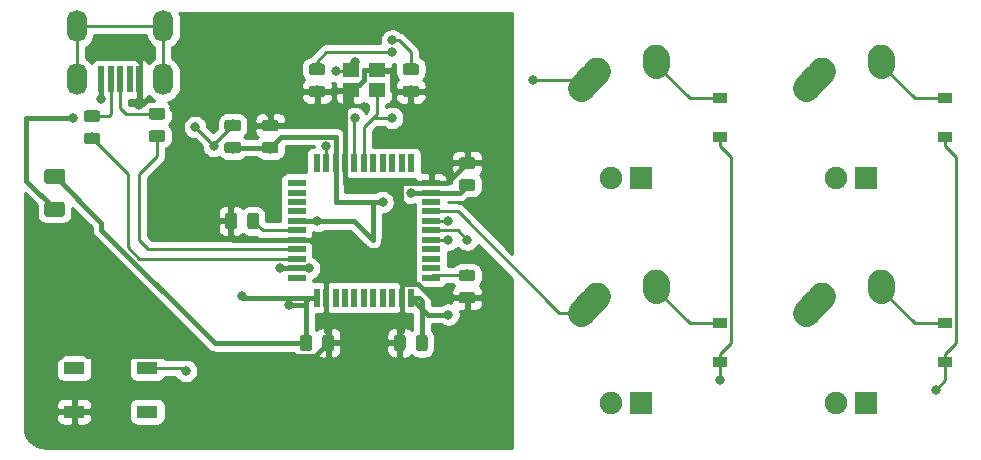
<source format=gbr>
G04 #@! TF.GenerationSoftware,KiCad,Pcbnew,(5.1.4)-1*
G04 #@! TF.CreationDate,2024-07-22T15:45:51+08:00*
G04 #@! TF.ProjectId,samo4k-pcb-test,73616d6f-346b-42d7-9063-622d74657374,rev?*
G04 #@! TF.SameCoordinates,Original*
G04 #@! TF.FileFunction,Copper,L2,Bot*
G04 #@! TF.FilePolarity,Positive*
%FSLAX46Y46*%
G04 Gerber Fmt 4.6, Leading zero omitted, Abs format (unit mm)*
G04 Created by KiCad (PCBNEW (5.1.4)-1) date 2024-07-22 15:45:51*
%MOMM*%
%LPD*%
G04 APERTURE LIST*
%ADD10R,1.400000X1.200000*%
%ADD11O,1.700000X2.700000*%
%ADD12R,0.500000X2.250000*%
%ADD13R,0.550000X1.500000*%
%ADD14R,1.500000X0.550000*%
%ADD15R,1.800000X1.100000*%
%ADD16C,0.100000*%
%ADD17C,0.975000*%
%ADD18R,1.905000X1.905000*%
%ADD19C,1.905000*%
%ADD20C,2.250000*%
%ADD21C,2.250000*%
%ADD22C,1.250000*%
%ADD23R,1.200000X0.900000*%
%ADD24C,0.800000*%
%ADD25C,0.381000*%
%ADD26C,0.254000*%
G04 APERTURE END LIST*
D10*
X148737500Y-56300000D03*
X146537500Y-56300000D03*
X146537500Y-58000000D03*
X148737500Y-58000000D03*
D11*
X123350000Y-52578000D03*
X130650000Y-52578000D03*
X130650000Y-57078000D03*
X123350000Y-57078000D03*
D12*
X125400000Y-57078000D03*
X126200000Y-57078000D03*
X127000000Y-57078000D03*
X127800000Y-57078000D03*
X128600000Y-57078000D03*
D13*
X143637500Y-75550000D03*
X144437500Y-75550000D03*
X145237500Y-75550000D03*
X146037500Y-75550000D03*
X146837500Y-75550000D03*
X147637500Y-75550000D03*
X148437500Y-75550000D03*
X149237500Y-75550000D03*
X150037500Y-75550000D03*
X150837500Y-75550000D03*
X151637500Y-75550000D03*
D14*
X153337500Y-73850000D03*
X153337500Y-73050000D03*
X153337500Y-72250000D03*
X153337500Y-71450000D03*
X153337500Y-70650000D03*
X153337500Y-69850000D03*
X153337500Y-69050000D03*
X153337500Y-68250000D03*
X153337500Y-67450000D03*
X153337500Y-66650000D03*
X153337500Y-65850000D03*
D13*
X151637500Y-64150000D03*
X150837500Y-64150000D03*
X150037500Y-64150000D03*
X149237500Y-64150000D03*
X148437500Y-64150000D03*
X147637500Y-64150000D03*
X146837500Y-64150000D03*
X146037500Y-64150000D03*
X145237500Y-64150000D03*
X144437500Y-64150000D03*
X143637500Y-64150000D03*
D14*
X141937500Y-65850000D03*
X141937500Y-66650000D03*
X141937500Y-67450000D03*
X141937500Y-68250000D03*
X141937500Y-69050000D03*
X141937500Y-69850000D03*
X141937500Y-70650000D03*
X141937500Y-71450000D03*
X141937500Y-72250000D03*
X141937500Y-73050000D03*
X141937500Y-73850000D03*
D15*
X129306250Y-85193750D03*
X123106250Y-81493750D03*
X129306250Y-81493750D03*
X123106250Y-85193750D03*
D16*
G36*
X156848892Y-73188674D02*
G01*
X156872553Y-73192184D01*
X156895757Y-73197996D01*
X156918279Y-73206054D01*
X156939903Y-73216282D01*
X156960420Y-73228579D01*
X156979633Y-73242829D01*
X156997357Y-73258893D01*
X157013421Y-73276617D01*
X157027671Y-73295830D01*
X157039968Y-73316347D01*
X157050196Y-73337971D01*
X157058254Y-73360493D01*
X157064066Y-73383697D01*
X157067576Y-73407358D01*
X157068750Y-73431250D01*
X157068750Y-73918750D01*
X157067576Y-73942642D01*
X157064066Y-73966303D01*
X157058254Y-73989507D01*
X157050196Y-74012029D01*
X157039968Y-74033653D01*
X157027671Y-74054170D01*
X157013421Y-74073383D01*
X156997357Y-74091107D01*
X156979633Y-74107171D01*
X156960420Y-74121421D01*
X156939903Y-74133718D01*
X156918279Y-74143946D01*
X156895757Y-74152004D01*
X156872553Y-74157816D01*
X156848892Y-74161326D01*
X156825000Y-74162500D01*
X155912500Y-74162500D01*
X155888608Y-74161326D01*
X155864947Y-74157816D01*
X155841743Y-74152004D01*
X155819221Y-74143946D01*
X155797597Y-74133718D01*
X155777080Y-74121421D01*
X155757867Y-74107171D01*
X155740143Y-74091107D01*
X155724079Y-74073383D01*
X155709829Y-74054170D01*
X155697532Y-74033653D01*
X155687304Y-74012029D01*
X155679246Y-73989507D01*
X155673434Y-73966303D01*
X155669924Y-73942642D01*
X155668750Y-73918750D01*
X155668750Y-73431250D01*
X155669924Y-73407358D01*
X155673434Y-73383697D01*
X155679246Y-73360493D01*
X155687304Y-73337971D01*
X155697532Y-73316347D01*
X155709829Y-73295830D01*
X155724079Y-73276617D01*
X155740143Y-73258893D01*
X155757867Y-73242829D01*
X155777080Y-73228579D01*
X155797597Y-73216282D01*
X155819221Y-73206054D01*
X155841743Y-73197996D01*
X155864947Y-73192184D01*
X155888608Y-73188674D01*
X155912500Y-73187500D01*
X156825000Y-73187500D01*
X156848892Y-73188674D01*
X156848892Y-73188674D01*
G37*
D17*
X156368750Y-73675000D03*
D16*
G36*
X156848892Y-75063674D02*
G01*
X156872553Y-75067184D01*
X156895757Y-75072996D01*
X156918279Y-75081054D01*
X156939903Y-75091282D01*
X156960420Y-75103579D01*
X156979633Y-75117829D01*
X156997357Y-75133893D01*
X157013421Y-75151617D01*
X157027671Y-75170830D01*
X157039968Y-75191347D01*
X157050196Y-75212971D01*
X157058254Y-75235493D01*
X157064066Y-75258697D01*
X157067576Y-75282358D01*
X157068750Y-75306250D01*
X157068750Y-75793750D01*
X157067576Y-75817642D01*
X157064066Y-75841303D01*
X157058254Y-75864507D01*
X157050196Y-75887029D01*
X157039968Y-75908653D01*
X157027671Y-75929170D01*
X157013421Y-75948383D01*
X156997357Y-75966107D01*
X156979633Y-75982171D01*
X156960420Y-75996421D01*
X156939903Y-76008718D01*
X156918279Y-76018946D01*
X156895757Y-76027004D01*
X156872553Y-76032816D01*
X156848892Y-76036326D01*
X156825000Y-76037500D01*
X155912500Y-76037500D01*
X155888608Y-76036326D01*
X155864947Y-76032816D01*
X155841743Y-76027004D01*
X155819221Y-76018946D01*
X155797597Y-76008718D01*
X155777080Y-75996421D01*
X155757867Y-75982171D01*
X155740143Y-75966107D01*
X155724079Y-75948383D01*
X155709829Y-75929170D01*
X155697532Y-75908653D01*
X155687304Y-75887029D01*
X155679246Y-75864507D01*
X155673434Y-75841303D01*
X155669924Y-75817642D01*
X155668750Y-75793750D01*
X155668750Y-75306250D01*
X155669924Y-75282358D01*
X155673434Y-75258697D01*
X155679246Y-75235493D01*
X155687304Y-75212971D01*
X155697532Y-75191347D01*
X155709829Y-75170830D01*
X155724079Y-75151617D01*
X155740143Y-75133893D01*
X155757867Y-75117829D01*
X155777080Y-75103579D01*
X155797597Y-75091282D01*
X155819221Y-75081054D01*
X155841743Y-75072996D01*
X155864947Y-75067184D01*
X155888608Y-75063674D01*
X155912500Y-75062500D01*
X156825000Y-75062500D01*
X156848892Y-75063674D01*
X156848892Y-75063674D01*
G37*
D17*
X156368750Y-75550000D03*
D16*
G36*
X137005142Y-60488674D02*
G01*
X137028803Y-60492184D01*
X137052007Y-60497996D01*
X137074529Y-60506054D01*
X137096153Y-60516282D01*
X137116670Y-60528579D01*
X137135883Y-60542829D01*
X137153607Y-60558893D01*
X137169671Y-60576617D01*
X137183921Y-60595830D01*
X137196218Y-60616347D01*
X137206446Y-60637971D01*
X137214504Y-60660493D01*
X137220316Y-60683697D01*
X137223826Y-60707358D01*
X137225000Y-60731250D01*
X137225000Y-61218750D01*
X137223826Y-61242642D01*
X137220316Y-61266303D01*
X137214504Y-61289507D01*
X137206446Y-61312029D01*
X137196218Y-61333653D01*
X137183921Y-61354170D01*
X137169671Y-61373383D01*
X137153607Y-61391107D01*
X137135883Y-61407171D01*
X137116670Y-61421421D01*
X137096153Y-61433718D01*
X137074529Y-61443946D01*
X137052007Y-61452004D01*
X137028803Y-61457816D01*
X137005142Y-61461326D01*
X136981250Y-61462500D01*
X136068750Y-61462500D01*
X136044858Y-61461326D01*
X136021197Y-61457816D01*
X135997993Y-61452004D01*
X135975471Y-61443946D01*
X135953847Y-61433718D01*
X135933330Y-61421421D01*
X135914117Y-61407171D01*
X135896393Y-61391107D01*
X135880329Y-61373383D01*
X135866079Y-61354170D01*
X135853782Y-61333653D01*
X135843554Y-61312029D01*
X135835496Y-61289507D01*
X135829684Y-61266303D01*
X135826174Y-61242642D01*
X135825000Y-61218750D01*
X135825000Y-60731250D01*
X135826174Y-60707358D01*
X135829684Y-60683697D01*
X135835496Y-60660493D01*
X135843554Y-60637971D01*
X135853782Y-60616347D01*
X135866079Y-60595830D01*
X135880329Y-60576617D01*
X135896393Y-60558893D01*
X135914117Y-60542829D01*
X135933330Y-60528579D01*
X135953847Y-60516282D01*
X135975471Y-60506054D01*
X135997993Y-60497996D01*
X136021197Y-60492184D01*
X136044858Y-60488674D01*
X136068750Y-60487500D01*
X136981250Y-60487500D01*
X137005142Y-60488674D01*
X137005142Y-60488674D01*
G37*
D17*
X136525000Y-60975000D03*
D16*
G36*
X137005142Y-62363674D02*
G01*
X137028803Y-62367184D01*
X137052007Y-62372996D01*
X137074529Y-62381054D01*
X137096153Y-62391282D01*
X137116670Y-62403579D01*
X137135883Y-62417829D01*
X137153607Y-62433893D01*
X137169671Y-62451617D01*
X137183921Y-62470830D01*
X137196218Y-62491347D01*
X137206446Y-62512971D01*
X137214504Y-62535493D01*
X137220316Y-62558697D01*
X137223826Y-62582358D01*
X137225000Y-62606250D01*
X137225000Y-63093750D01*
X137223826Y-63117642D01*
X137220316Y-63141303D01*
X137214504Y-63164507D01*
X137206446Y-63187029D01*
X137196218Y-63208653D01*
X137183921Y-63229170D01*
X137169671Y-63248383D01*
X137153607Y-63266107D01*
X137135883Y-63282171D01*
X137116670Y-63296421D01*
X137096153Y-63308718D01*
X137074529Y-63318946D01*
X137052007Y-63327004D01*
X137028803Y-63332816D01*
X137005142Y-63336326D01*
X136981250Y-63337500D01*
X136068750Y-63337500D01*
X136044858Y-63336326D01*
X136021197Y-63332816D01*
X135997993Y-63327004D01*
X135975471Y-63318946D01*
X135953847Y-63308718D01*
X135933330Y-63296421D01*
X135914117Y-63282171D01*
X135896393Y-63266107D01*
X135880329Y-63248383D01*
X135866079Y-63229170D01*
X135853782Y-63208653D01*
X135843554Y-63187029D01*
X135835496Y-63164507D01*
X135829684Y-63141303D01*
X135826174Y-63117642D01*
X135825000Y-63093750D01*
X135825000Y-62606250D01*
X135826174Y-62582358D01*
X135829684Y-62558697D01*
X135835496Y-62535493D01*
X135843554Y-62512971D01*
X135853782Y-62491347D01*
X135866079Y-62470830D01*
X135880329Y-62451617D01*
X135896393Y-62433893D01*
X135914117Y-62417829D01*
X135933330Y-62403579D01*
X135953847Y-62391282D01*
X135975471Y-62381054D01*
X135997993Y-62372996D01*
X136021197Y-62367184D01*
X136044858Y-62363674D01*
X136068750Y-62362500D01*
X136981250Y-62362500D01*
X137005142Y-62363674D01*
X137005142Y-62363674D01*
G37*
D17*
X136525000Y-62850000D03*
D16*
G36*
X130605142Y-59501174D02*
G01*
X130628803Y-59504684D01*
X130652007Y-59510496D01*
X130674529Y-59518554D01*
X130696153Y-59528782D01*
X130716670Y-59541079D01*
X130735883Y-59555329D01*
X130753607Y-59571393D01*
X130769671Y-59589117D01*
X130783921Y-59608330D01*
X130796218Y-59628847D01*
X130806446Y-59650471D01*
X130814504Y-59672993D01*
X130820316Y-59696197D01*
X130823826Y-59719858D01*
X130825000Y-59743750D01*
X130825000Y-60231250D01*
X130823826Y-60255142D01*
X130820316Y-60278803D01*
X130814504Y-60302007D01*
X130806446Y-60324529D01*
X130796218Y-60346153D01*
X130783921Y-60366670D01*
X130769671Y-60385883D01*
X130753607Y-60403607D01*
X130735883Y-60419671D01*
X130716670Y-60433921D01*
X130696153Y-60446218D01*
X130674529Y-60456446D01*
X130652007Y-60464504D01*
X130628803Y-60470316D01*
X130605142Y-60473826D01*
X130581250Y-60475000D01*
X129668750Y-60475000D01*
X129644858Y-60473826D01*
X129621197Y-60470316D01*
X129597993Y-60464504D01*
X129575471Y-60456446D01*
X129553847Y-60446218D01*
X129533330Y-60433921D01*
X129514117Y-60419671D01*
X129496393Y-60403607D01*
X129480329Y-60385883D01*
X129466079Y-60366670D01*
X129453782Y-60346153D01*
X129443554Y-60324529D01*
X129435496Y-60302007D01*
X129429684Y-60278803D01*
X129426174Y-60255142D01*
X129425000Y-60231250D01*
X129425000Y-59743750D01*
X129426174Y-59719858D01*
X129429684Y-59696197D01*
X129435496Y-59672993D01*
X129443554Y-59650471D01*
X129453782Y-59628847D01*
X129466079Y-59608330D01*
X129480329Y-59589117D01*
X129496393Y-59571393D01*
X129514117Y-59555329D01*
X129533330Y-59541079D01*
X129553847Y-59528782D01*
X129575471Y-59518554D01*
X129597993Y-59510496D01*
X129621197Y-59504684D01*
X129644858Y-59501174D01*
X129668750Y-59500000D01*
X130581250Y-59500000D01*
X130605142Y-59501174D01*
X130605142Y-59501174D01*
G37*
D17*
X130125000Y-59987500D03*
D16*
G36*
X130605142Y-61376174D02*
G01*
X130628803Y-61379684D01*
X130652007Y-61385496D01*
X130674529Y-61393554D01*
X130696153Y-61403782D01*
X130716670Y-61416079D01*
X130735883Y-61430329D01*
X130753607Y-61446393D01*
X130769671Y-61464117D01*
X130783921Y-61483330D01*
X130796218Y-61503847D01*
X130806446Y-61525471D01*
X130814504Y-61547993D01*
X130820316Y-61571197D01*
X130823826Y-61594858D01*
X130825000Y-61618750D01*
X130825000Y-62106250D01*
X130823826Y-62130142D01*
X130820316Y-62153803D01*
X130814504Y-62177007D01*
X130806446Y-62199529D01*
X130796218Y-62221153D01*
X130783921Y-62241670D01*
X130769671Y-62260883D01*
X130753607Y-62278607D01*
X130735883Y-62294671D01*
X130716670Y-62308921D01*
X130696153Y-62321218D01*
X130674529Y-62331446D01*
X130652007Y-62339504D01*
X130628803Y-62345316D01*
X130605142Y-62348826D01*
X130581250Y-62350000D01*
X129668750Y-62350000D01*
X129644858Y-62348826D01*
X129621197Y-62345316D01*
X129597993Y-62339504D01*
X129575471Y-62331446D01*
X129553847Y-62321218D01*
X129533330Y-62308921D01*
X129514117Y-62294671D01*
X129496393Y-62278607D01*
X129480329Y-62260883D01*
X129466079Y-62241670D01*
X129453782Y-62221153D01*
X129443554Y-62199529D01*
X129435496Y-62177007D01*
X129429684Y-62153803D01*
X129426174Y-62130142D01*
X129425000Y-62106250D01*
X129425000Y-61618750D01*
X129426174Y-61594858D01*
X129429684Y-61571197D01*
X129435496Y-61547993D01*
X129443554Y-61525471D01*
X129453782Y-61503847D01*
X129466079Y-61483330D01*
X129480329Y-61464117D01*
X129496393Y-61446393D01*
X129514117Y-61430329D01*
X129533330Y-61416079D01*
X129553847Y-61403782D01*
X129575471Y-61393554D01*
X129597993Y-61385496D01*
X129621197Y-61379684D01*
X129644858Y-61376174D01*
X129668750Y-61375000D01*
X130581250Y-61375000D01*
X130605142Y-61376174D01*
X130605142Y-61376174D01*
G37*
D17*
X130125000Y-61862500D03*
D16*
G36*
X125098892Y-59694924D02*
G01*
X125122553Y-59698434D01*
X125145757Y-59704246D01*
X125168279Y-59712304D01*
X125189903Y-59722532D01*
X125210420Y-59734829D01*
X125229633Y-59749079D01*
X125247357Y-59765143D01*
X125263421Y-59782867D01*
X125277671Y-59802080D01*
X125289968Y-59822597D01*
X125300196Y-59844221D01*
X125308254Y-59866743D01*
X125314066Y-59889947D01*
X125317576Y-59913608D01*
X125318750Y-59937500D01*
X125318750Y-60425000D01*
X125317576Y-60448892D01*
X125314066Y-60472553D01*
X125308254Y-60495757D01*
X125300196Y-60518279D01*
X125289968Y-60539903D01*
X125277671Y-60560420D01*
X125263421Y-60579633D01*
X125247357Y-60597357D01*
X125229633Y-60613421D01*
X125210420Y-60627671D01*
X125189903Y-60639968D01*
X125168279Y-60650196D01*
X125145757Y-60658254D01*
X125122553Y-60664066D01*
X125098892Y-60667576D01*
X125075000Y-60668750D01*
X124162500Y-60668750D01*
X124138608Y-60667576D01*
X124114947Y-60664066D01*
X124091743Y-60658254D01*
X124069221Y-60650196D01*
X124047597Y-60639968D01*
X124027080Y-60627671D01*
X124007867Y-60613421D01*
X123990143Y-60597357D01*
X123974079Y-60579633D01*
X123959829Y-60560420D01*
X123947532Y-60539903D01*
X123937304Y-60518279D01*
X123929246Y-60495757D01*
X123923434Y-60472553D01*
X123919924Y-60448892D01*
X123918750Y-60425000D01*
X123918750Y-59937500D01*
X123919924Y-59913608D01*
X123923434Y-59889947D01*
X123929246Y-59866743D01*
X123937304Y-59844221D01*
X123947532Y-59822597D01*
X123959829Y-59802080D01*
X123974079Y-59782867D01*
X123990143Y-59765143D01*
X124007867Y-59749079D01*
X124027080Y-59734829D01*
X124047597Y-59722532D01*
X124069221Y-59712304D01*
X124091743Y-59704246D01*
X124114947Y-59698434D01*
X124138608Y-59694924D01*
X124162500Y-59693750D01*
X125075000Y-59693750D01*
X125098892Y-59694924D01*
X125098892Y-59694924D01*
G37*
D17*
X124618750Y-60181250D03*
D16*
G36*
X125098892Y-61569924D02*
G01*
X125122553Y-61573434D01*
X125145757Y-61579246D01*
X125168279Y-61587304D01*
X125189903Y-61597532D01*
X125210420Y-61609829D01*
X125229633Y-61624079D01*
X125247357Y-61640143D01*
X125263421Y-61657867D01*
X125277671Y-61677080D01*
X125289968Y-61697597D01*
X125300196Y-61719221D01*
X125308254Y-61741743D01*
X125314066Y-61764947D01*
X125317576Y-61788608D01*
X125318750Y-61812500D01*
X125318750Y-62300000D01*
X125317576Y-62323892D01*
X125314066Y-62347553D01*
X125308254Y-62370757D01*
X125300196Y-62393279D01*
X125289968Y-62414903D01*
X125277671Y-62435420D01*
X125263421Y-62454633D01*
X125247357Y-62472357D01*
X125229633Y-62488421D01*
X125210420Y-62502671D01*
X125189903Y-62514968D01*
X125168279Y-62525196D01*
X125145757Y-62533254D01*
X125122553Y-62539066D01*
X125098892Y-62542576D01*
X125075000Y-62543750D01*
X124162500Y-62543750D01*
X124138608Y-62542576D01*
X124114947Y-62539066D01*
X124091743Y-62533254D01*
X124069221Y-62525196D01*
X124047597Y-62514968D01*
X124027080Y-62502671D01*
X124007867Y-62488421D01*
X123990143Y-62472357D01*
X123974079Y-62454633D01*
X123959829Y-62435420D01*
X123947532Y-62414903D01*
X123937304Y-62393279D01*
X123929246Y-62370757D01*
X123923434Y-62347553D01*
X123919924Y-62323892D01*
X123918750Y-62300000D01*
X123918750Y-61812500D01*
X123919924Y-61788608D01*
X123923434Y-61764947D01*
X123929246Y-61741743D01*
X123937304Y-61719221D01*
X123947532Y-61697597D01*
X123959829Y-61677080D01*
X123974079Y-61657867D01*
X123990143Y-61640143D01*
X124007867Y-61624079D01*
X124027080Y-61609829D01*
X124047597Y-61597532D01*
X124069221Y-61587304D01*
X124091743Y-61579246D01*
X124114947Y-61573434D01*
X124138608Y-61569924D01*
X124162500Y-61568750D01*
X125075000Y-61568750D01*
X125098892Y-61569924D01*
X125098892Y-61569924D01*
G37*
D17*
X124618750Y-62056250D03*
D18*
X190182500Y-84455000D03*
D19*
X187642500Y-84455000D03*
D20*
X186412500Y-75375000D03*
X185757501Y-76105000D03*
D21*
X185102500Y-76835000D02*
X186412502Y-75375000D01*
D20*
X191452500Y-74295000D03*
X191432500Y-74585000D03*
D21*
X191412500Y-74875000D02*
X191452500Y-74295000D01*
D18*
X171132500Y-84455000D03*
D19*
X168592500Y-84455000D03*
D20*
X167362500Y-75375000D03*
X166707501Y-76105000D03*
D21*
X166052500Y-76835000D02*
X167362502Y-75375000D01*
D20*
X172402500Y-74295000D03*
X172382500Y-74585000D03*
D21*
X172362500Y-74875000D02*
X172402500Y-74295000D01*
D18*
X190182500Y-65405000D03*
D19*
X187642500Y-65405000D03*
D20*
X186412500Y-56325000D03*
X185757501Y-57055000D03*
D21*
X185102500Y-57785000D02*
X186412502Y-56325000D01*
D20*
X191452500Y-55245000D03*
X191432500Y-55535000D03*
D21*
X191412500Y-55825000D02*
X191452500Y-55245000D01*
D18*
X171132500Y-65405000D03*
D19*
X168592500Y-65405000D03*
D20*
X167362500Y-56325000D03*
X166707501Y-57055000D03*
D21*
X166052500Y-57785000D02*
X167362502Y-56325000D01*
D20*
X172402500Y-55245000D03*
X172382500Y-55535000D03*
D21*
X172362500Y-55825000D02*
X172402500Y-55245000D01*
D16*
G36*
X122093254Y-67451204D02*
G01*
X122117523Y-67454804D01*
X122141321Y-67460765D01*
X122164421Y-67469030D01*
X122186599Y-67479520D01*
X122207643Y-67492133D01*
X122227348Y-67506747D01*
X122245527Y-67523223D01*
X122262003Y-67541402D01*
X122276617Y-67561107D01*
X122289230Y-67582151D01*
X122299720Y-67604329D01*
X122307985Y-67627429D01*
X122313946Y-67651227D01*
X122317546Y-67675496D01*
X122318750Y-67700000D01*
X122318750Y-68450000D01*
X122317546Y-68474504D01*
X122313946Y-68498773D01*
X122307985Y-68522571D01*
X122299720Y-68545671D01*
X122289230Y-68567849D01*
X122276617Y-68588893D01*
X122262003Y-68608598D01*
X122245527Y-68626777D01*
X122227348Y-68643253D01*
X122207643Y-68657867D01*
X122186599Y-68670480D01*
X122164421Y-68680970D01*
X122141321Y-68689235D01*
X122117523Y-68695196D01*
X122093254Y-68698796D01*
X122068750Y-68700000D01*
X120818750Y-68700000D01*
X120794246Y-68698796D01*
X120769977Y-68695196D01*
X120746179Y-68689235D01*
X120723079Y-68680970D01*
X120700901Y-68670480D01*
X120679857Y-68657867D01*
X120660152Y-68643253D01*
X120641973Y-68626777D01*
X120625497Y-68608598D01*
X120610883Y-68588893D01*
X120598270Y-68567849D01*
X120587780Y-68545671D01*
X120579515Y-68522571D01*
X120573554Y-68498773D01*
X120569954Y-68474504D01*
X120568750Y-68450000D01*
X120568750Y-67700000D01*
X120569954Y-67675496D01*
X120573554Y-67651227D01*
X120579515Y-67627429D01*
X120587780Y-67604329D01*
X120598270Y-67582151D01*
X120610883Y-67561107D01*
X120625497Y-67541402D01*
X120641973Y-67523223D01*
X120660152Y-67506747D01*
X120679857Y-67492133D01*
X120700901Y-67479520D01*
X120723079Y-67469030D01*
X120746179Y-67460765D01*
X120769977Y-67454804D01*
X120794246Y-67451204D01*
X120818750Y-67450000D01*
X122068750Y-67450000D01*
X122093254Y-67451204D01*
X122093254Y-67451204D01*
G37*
D22*
X121443750Y-68075000D03*
D16*
G36*
X122093254Y-64651204D02*
G01*
X122117523Y-64654804D01*
X122141321Y-64660765D01*
X122164421Y-64669030D01*
X122186599Y-64679520D01*
X122207643Y-64692133D01*
X122227348Y-64706747D01*
X122245527Y-64723223D01*
X122262003Y-64741402D01*
X122276617Y-64761107D01*
X122289230Y-64782151D01*
X122299720Y-64804329D01*
X122307985Y-64827429D01*
X122313946Y-64851227D01*
X122317546Y-64875496D01*
X122318750Y-64900000D01*
X122318750Y-65650000D01*
X122317546Y-65674504D01*
X122313946Y-65698773D01*
X122307985Y-65722571D01*
X122299720Y-65745671D01*
X122289230Y-65767849D01*
X122276617Y-65788893D01*
X122262003Y-65808598D01*
X122245527Y-65826777D01*
X122227348Y-65843253D01*
X122207643Y-65857867D01*
X122186599Y-65870480D01*
X122164421Y-65880970D01*
X122141321Y-65889235D01*
X122117523Y-65895196D01*
X122093254Y-65898796D01*
X122068750Y-65900000D01*
X120818750Y-65900000D01*
X120794246Y-65898796D01*
X120769977Y-65895196D01*
X120746179Y-65889235D01*
X120723079Y-65880970D01*
X120700901Y-65870480D01*
X120679857Y-65857867D01*
X120660152Y-65843253D01*
X120641973Y-65826777D01*
X120625497Y-65808598D01*
X120610883Y-65788893D01*
X120598270Y-65767849D01*
X120587780Y-65745671D01*
X120579515Y-65722571D01*
X120573554Y-65698773D01*
X120569954Y-65674504D01*
X120568750Y-65650000D01*
X120568750Y-64900000D01*
X120569954Y-64875496D01*
X120573554Y-64851227D01*
X120579515Y-64827429D01*
X120587780Y-64804329D01*
X120598270Y-64782151D01*
X120610883Y-64761107D01*
X120625497Y-64741402D01*
X120641973Y-64723223D01*
X120660152Y-64706747D01*
X120679857Y-64692133D01*
X120700901Y-64679520D01*
X120723079Y-64669030D01*
X120746179Y-64660765D01*
X120769977Y-64654804D01*
X120794246Y-64651204D01*
X120818750Y-64650000D01*
X122068750Y-64650000D01*
X122093254Y-64651204D01*
X122093254Y-64651204D01*
G37*
D22*
X121443750Y-65275000D03*
D23*
X196850000Y-77725000D03*
X196850000Y-81025000D03*
X177800000Y-77725000D03*
X177800000Y-81025000D03*
X196850000Y-58675000D03*
X196850000Y-61975000D03*
X177800000Y-58675000D03*
X177800000Y-61975000D03*
D16*
G36*
X144873892Y-78676174D02*
G01*
X144897553Y-78679684D01*
X144920757Y-78685496D01*
X144943279Y-78693554D01*
X144964903Y-78703782D01*
X144985420Y-78716079D01*
X145004633Y-78730329D01*
X145022357Y-78746393D01*
X145038421Y-78764117D01*
X145052671Y-78783330D01*
X145064968Y-78803847D01*
X145075196Y-78825471D01*
X145083254Y-78847993D01*
X145089066Y-78871197D01*
X145092576Y-78894858D01*
X145093750Y-78918750D01*
X145093750Y-79831250D01*
X145092576Y-79855142D01*
X145089066Y-79878803D01*
X145083254Y-79902007D01*
X145075196Y-79924529D01*
X145064968Y-79946153D01*
X145052671Y-79966670D01*
X145038421Y-79985883D01*
X145022357Y-80003607D01*
X145004633Y-80019671D01*
X144985420Y-80033921D01*
X144964903Y-80046218D01*
X144943279Y-80056446D01*
X144920757Y-80064504D01*
X144897553Y-80070316D01*
X144873892Y-80073826D01*
X144850000Y-80075000D01*
X144362500Y-80075000D01*
X144338608Y-80073826D01*
X144314947Y-80070316D01*
X144291743Y-80064504D01*
X144269221Y-80056446D01*
X144247597Y-80046218D01*
X144227080Y-80033921D01*
X144207867Y-80019671D01*
X144190143Y-80003607D01*
X144174079Y-79985883D01*
X144159829Y-79966670D01*
X144147532Y-79946153D01*
X144137304Y-79924529D01*
X144129246Y-79902007D01*
X144123434Y-79878803D01*
X144119924Y-79855142D01*
X144118750Y-79831250D01*
X144118750Y-78918750D01*
X144119924Y-78894858D01*
X144123434Y-78871197D01*
X144129246Y-78847993D01*
X144137304Y-78825471D01*
X144147532Y-78803847D01*
X144159829Y-78783330D01*
X144174079Y-78764117D01*
X144190143Y-78746393D01*
X144207867Y-78730329D01*
X144227080Y-78716079D01*
X144247597Y-78703782D01*
X144269221Y-78693554D01*
X144291743Y-78685496D01*
X144314947Y-78679684D01*
X144338608Y-78676174D01*
X144362500Y-78675000D01*
X144850000Y-78675000D01*
X144873892Y-78676174D01*
X144873892Y-78676174D01*
G37*
D17*
X144606250Y-79375000D03*
D16*
G36*
X142998892Y-78676174D02*
G01*
X143022553Y-78679684D01*
X143045757Y-78685496D01*
X143068279Y-78693554D01*
X143089903Y-78703782D01*
X143110420Y-78716079D01*
X143129633Y-78730329D01*
X143147357Y-78746393D01*
X143163421Y-78764117D01*
X143177671Y-78783330D01*
X143189968Y-78803847D01*
X143200196Y-78825471D01*
X143208254Y-78847993D01*
X143214066Y-78871197D01*
X143217576Y-78894858D01*
X143218750Y-78918750D01*
X143218750Y-79831250D01*
X143217576Y-79855142D01*
X143214066Y-79878803D01*
X143208254Y-79902007D01*
X143200196Y-79924529D01*
X143189968Y-79946153D01*
X143177671Y-79966670D01*
X143163421Y-79985883D01*
X143147357Y-80003607D01*
X143129633Y-80019671D01*
X143110420Y-80033921D01*
X143089903Y-80046218D01*
X143068279Y-80056446D01*
X143045757Y-80064504D01*
X143022553Y-80070316D01*
X142998892Y-80073826D01*
X142975000Y-80075000D01*
X142487500Y-80075000D01*
X142463608Y-80073826D01*
X142439947Y-80070316D01*
X142416743Y-80064504D01*
X142394221Y-80056446D01*
X142372597Y-80046218D01*
X142352080Y-80033921D01*
X142332867Y-80019671D01*
X142315143Y-80003607D01*
X142299079Y-79985883D01*
X142284829Y-79966670D01*
X142272532Y-79946153D01*
X142262304Y-79924529D01*
X142254246Y-79902007D01*
X142248434Y-79878803D01*
X142244924Y-79855142D01*
X142243750Y-79831250D01*
X142243750Y-78918750D01*
X142244924Y-78894858D01*
X142248434Y-78871197D01*
X142254246Y-78847993D01*
X142262304Y-78825471D01*
X142272532Y-78803847D01*
X142284829Y-78783330D01*
X142299079Y-78764117D01*
X142315143Y-78746393D01*
X142332867Y-78730329D01*
X142352080Y-78716079D01*
X142372597Y-78703782D01*
X142394221Y-78693554D01*
X142416743Y-78685496D01*
X142439947Y-78679684D01*
X142463608Y-78676174D01*
X142487500Y-78675000D01*
X142975000Y-78675000D01*
X142998892Y-78676174D01*
X142998892Y-78676174D01*
G37*
D17*
X142731250Y-79375000D03*
D16*
G36*
X136648892Y-68357424D02*
G01*
X136672553Y-68360934D01*
X136695757Y-68366746D01*
X136718279Y-68374804D01*
X136739903Y-68385032D01*
X136760420Y-68397329D01*
X136779633Y-68411579D01*
X136797357Y-68427643D01*
X136813421Y-68445367D01*
X136827671Y-68464580D01*
X136839968Y-68485097D01*
X136850196Y-68506721D01*
X136858254Y-68529243D01*
X136864066Y-68552447D01*
X136867576Y-68576108D01*
X136868750Y-68600000D01*
X136868750Y-69512500D01*
X136867576Y-69536392D01*
X136864066Y-69560053D01*
X136858254Y-69583257D01*
X136850196Y-69605779D01*
X136839968Y-69627403D01*
X136827671Y-69647920D01*
X136813421Y-69667133D01*
X136797357Y-69684857D01*
X136779633Y-69700921D01*
X136760420Y-69715171D01*
X136739903Y-69727468D01*
X136718279Y-69737696D01*
X136695757Y-69745754D01*
X136672553Y-69751566D01*
X136648892Y-69755076D01*
X136625000Y-69756250D01*
X136137500Y-69756250D01*
X136113608Y-69755076D01*
X136089947Y-69751566D01*
X136066743Y-69745754D01*
X136044221Y-69737696D01*
X136022597Y-69727468D01*
X136002080Y-69715171D01*
X135982867Y-69700921D01*
X135965143Y-69684857D01*
X135949079Y-69667133D01*
X135934829Y-69647920D01*
X135922532Y-69627403D01*
X135912304Y-69605779D01*
X135904246Y-69583257D01*
X135898434Y-69560053D01*
X135894924Y-69536392D01*
X135893750Y-69512500D01*
X135893750Y-68600000D01*
X135894924Y-68576108D01*
X135898434Y-68552447D01*
X135904246Y-68529243D01*
X135912304Y-68506721D01*
X135922532Y-68485097D01*
X135934829Y-68464580D01*
X135949079Y-68445367D01*
X135965143Y-68427643D01*
X135982867Y-68411579D01*
X136002080Y-68397329D01*
X136022597Y-68385032D01*
X136044221Y-68374804D01*
X136066743Y-68366746D01*
X136089947Y-68360934D01*
X136113608Y-68357424D01*
X136137500Y-68356250D01*
X136625000Y-68356250D01*
X136648892Y-68357424D01*
X136648892Y-68357424D01*
G37*
D17*
X136381250Y-69056250D03*
D16*
G36*
X138523892Y-68357424D02*
G01*
X138547553Y-68360934D01*
X138570757Y-68366746D01*
X138593279Y-68374804D01*
X138614903Y-68385032D01*
X138635420Y-68397329D01*
X138654633Y-68411579D01*
X138672357Y-68427643D01*
X138688421Y-68445367D01*
X138702671Y-68464580D01*
X138714968Y-68485097D01*
X138725196Y-68506721D01*
X138733254Y-68529243D01*
X138739066Y-68552447D01*
X138742576Y-68576108D01*
X138743750Y-68600000D01*
X138743750Y-69512500D01*
X138742576Y-69536392D01*
X138739066Y-69560053D01*
X138733254Y-69583257D01*
X138725196Y-69605779D01*
X138714968Y-69627403D01*
X138702671Y-69647920D01*
X138688421Y-69667133D01*
X138672357Y-69684857D01*
X138654633Y-69700921D01*
X138635420Y-69715171D01*
X138614903Y-69727468D01*
X138593279Y-69737696D01*
X138570757Y-69745754D01*
X138547553Y-69751566D01*
X138523892Y-69755076D01*
X138500000Y-69756250D01*
X138012500Y-69756250D01*
X137988608Y-69755076D01*
X137964947Y-69751566D01*
X137941743Y-69745754D01*
X137919221Y-69737696D01*
X137897597Y-69727468D01*
X137877080Y-69715171D01*
X137857867Y-69700921D01*
X137840143Y-69684857D01*
X137824079Y-69667133D01*
X137809829Y-69647920D01*
X137797532Y-69627403D01*
X137787304Y-69605779D01*
X137779246Y-69583257D01*
X137773434Y-69560053D01*
X137769924Y-69536392D01*
X137768750Y-69512500D01*
X137768750Y-68600000D01*
X137769924Y-68576108D01*
X137773434Y-68552447D01*
X137779246Y-68529243D01*
X137787304Y-68506721D01*
X137797532Y-68485097D01*
X137809829Y-68464580D01*
X137824079Y-68445367D01*
X137840143Y-68427643D01*
X137857867Y-68411579D01*
X137877080Y-68397329D01*
X137897597Y-68385032D01*
X137919221Y-68374804D01*
X137941743Y-68366746D01*
X137964947Y-68360934D01*
X137988608Y-68357424D01*
X138012500Y-68356250D01*
X138500000Y-68356250D01*
X138523892Y-68357424D01*
X138523892Y-68357424D01*
G37*
D17*
X138256250Y-69056250D03*
D16*
G36*
X152086392Y-55726174D02*
G01*
X152110053Y-55729684D01*
X152133257Y-55735496D01*
X152155779Y-55743554D01*
X152177403Y-55753782D01*
X152197920Y-55766079D01*
X152217133Y-55780329D01*
X152234857Y-55796393D01*
X152250921Y-55814117D01*
X152265171Y-55833330D01*
X152277468Y-55853847D01*
X152287696Y-55875471D01*
X152295754Y-55897993D01*
X152301566Y-55921197D01*
X152305076Y-55944858D01*
X152306250Y-55968750D01*
X152306250Y-56456250D01*
X152305076Y-56480142D01*
X152301566Y-56503803D01*
X152295754Y-56527007D01*
X152287696Y-56549529D01*
X152277468Y-56571153D01*
X152265171Y-56591670D01*
X152250921Y-56610883D01*
X152234857Y-56628607D01*
X152217133Y-56644671D01*
X152197920Y-56658921D01*
X152177403Y-56671218D01*
X152155779Y-56681446D01*
X152133257Y-56689504D01*
X152110053Y-56695316D01*
X152086392Y-56698826D01*
X152062500Y-56700000D01*
X151150000Y-56700000D01*
X151126108Y-56698826D01*
X151102447Y-56695316D01*
X151079243Y-56689504D01*
X151056721Y-56681446D01*
X151035097Y-56671218D01*
X151014580Y-56658921D01*
X150995367Y-56644671D01*
X150977643Y-56628607D01*
X150961579Y-56610883D01*
X150947329Y-56591670D01*
X150935032Y-56571153D01*
X150924804Y-56549529D01*
X150916746Y-56527007D01*
X150910934Y-56503803D01*
X150907424Y-56480142D01*
X150906250Y-56456250D01*
X150906250Y-55968750D01*
X150907424Y-55944858D01*
X150910934Y-55921197D01*
X150916746Y-55897993D01*
X150924804Y-55875471D01*
X150935032Y-55853847D01*
X150947329Y-55833330D01*
X150961579Y-55814117D01*
X150977643Y-55796393D01*
X150995367Y-55780329D01*
X151014580Y-55766079D01*
X151035097Y-55753782D01*
X151056721Y-55743554D01*
X151079243Y-55735496D01*
X151102447Y-55729684D01*
X151126108Y-55726174D01*
X151150000Y-55725000D01*
X152062500Y-55725000D01*
X152086392Y-55726174D01*
X152086392Y-55726174D01*
G37*
D17*
X151606250Y-56212500D03*
D16*
G36*
X152086392Y-57601174D02*
G01*
X152110053Y-57604684D01*
X152133257Y-57610496D01*
X152155779Y-57618554D01*
X152177403Y-57628782D01*
X152197920Y-57641079D01*
X152217133Y-57655329D01*
X152234857Y-57671393D01*
X152250921Y-57689117D01*
X152265171Y-57708330D01*
X152277468Y-57728847D01*
X152287696Y-57750471D01*
X152295754Y-57772993D01*
X152301566Y-57796197D01*
X152305076Y-57819858D01*
X152306250Y-57843750D01*
X152306250Y-58331250D01*
X152305076Y-58355142D01*
X152301566Y-58378803D01*
X152295754Y-58402007D01*
X152287696Y-58424529D01*
X152277468Y-58446153D01*
X152265171Y-58466670D01*
X152250921Y-58485883D01*
X152234857Y-58503607D01*
X152217133Y-58519671D01*
X152197920Y-58533921D01*
X152177403Y-58546218D01*
X152155779Y-58556446D01*
X152133257Y-58564504D01*
X152110053Y-58570316D01*
X152086392Y-58573826D01*
X152062500Y-58575000D01*
X151150000Y-58575000D01*
X151126108Y-58573826D01*
X151102447Y-58570316D01*
X151079243Y-58564504D01*
X151056721Y-58556446D01*
X151035097Y-58546218D01*
X151014580Y-58533921D01*
X150995367Y-58519671D01*
X150977643Y-58503607D01*
X150961579Y-58485883D01*
X150947329Y-58466670D01*
X150935032Y-58446153D01*
X150924804Y-58424529D01*
X150916746Y-58402007D01*
X150910934Y-58378803D01*
X150907424Y-58355142D01*
X150906250Y-58331250D01*
X150906250Y-57843750D01*
X150907424Y-57819858D01*
X150910934Y-57796197D01*
X150916746Y-57772993D01*
X150924804Y-57750471D01*
X150935032Y-57728847D01*
X150947329Y-57708330D01*
X150961579Y-57689117D01*
X150977643Y-57671393D01*
X150995367Y-57655329D01*
X151014580Y-57641079D01*
X151035097Y-57628782D01*
X151056721Y-57618554D01*
X151079243Y-57610496D01*
X151102447Y-57604684D01*
X151126108Y-57601174D01*
X151150000Y-57600000D01*
X152062500Y-57600000D01*
X152086392Y-57601174D01*
X152086392Y-57601174D01*
G37*
D17*
X151606250Y-58087500D03*
D16*
G36*
X144148892Y-57601174D02*
G01*
X144172553Y-57604684D01*
X144195757Y-57610496D01*
X144218279Y-57618554D01*
X144239903Y-57628782D01*
X144260420Y-57641079D01*
X144279633Y-57655329D01*
X144297357Y-57671393D01*
X144313421Y-57689117D01*
X144327671Y-57708330D01*
X144339968Y-57728847D01*
X144350196Y-57750471D01*
X144358254Y-57772993D01*
X144364066Y-57796197D01*
X144367576Y-57819858D01*
X144368750Y-57843750D01*
X144368750Y-58331250D01*
X144367576Y-58355142D01*
X144364066Y-58378803D01*
X144358254Y-58402007D01*
X144350196Y-58424529D01*
X144339968Y-58446153D01*
X144327671Y-58466670D01*
X144313421Y-58485883D01*
X144297357Y-58503607D01*
X144279633Y-58519671D01*
X144260420Y-58533921D01*
X144239903Y-58546218D01*
X144218279Y-58556446D01*
X144195757Y-58564504D01*
X144172553Y-58570316D01*
X144148892Y-58573826D01*
X144125000Y-58575000D01*
X143212500Y-58575000D01*
X143188608Y-58573826D01*
X143164947Y-58570316D01*
X143141743Y-58564504D01*
X143119221Y-58556446D01*
X143097597Y-58546218D01*
X143077080Y-58533921D01*
X143057867Y-58519671D01*
X143040143Y-58503607D01*
X143024079Y-58485883D01*
X143009829Y-58466670D01*
X142997532Y-58446153D01*
X142987304Y-58424529D01*
X142979246Y-58402007D01*
X142973434Y-58378803D01*
X142969924Y-58355142D01*
X142968750Y-58331250D01*
X142968750Y-57843750D01*
X142969924Y-57819858D01*
X142973434Y-57796197D01*
X142979246Y-57772993D01*
X142987304Y-57750471D01*
X142997532Y-57728847D01*
X143009829Y-57708330D01*
X143024079Y-57689117D01*
X143040143Y-57671393D01*
X143057867Y-57655329D01*
X143077080Y-57641079D01*
X143097597Y-57628782D01*
X143119221Y-57618554D01*
X143141743Y-57610496D01*
X143164947Y-57604684D01*
X143188608Y-57601174D01*
X143212500Y-57600000D01*
X144125000Y-57600000D01*
X144148892Y-57601174D01*
X144148892Y-57601174D01*
G37*
D17*
X143668750Y-58087500D03*
D16*
G36*
X144148892Y-55726174D02*
G01*
X144172553Y-55729684D01*
X144195757Y-55735496D01*
X144218279Y-55743554D01*
X144239903Y-55753782D01*
X144260420Y-55766079D01*
X144279633Y-55780329D01*
X144297357Y-55796393D01*
X144313421Y-55814117D01*
X144327671Y-55833330D01*
X144339968Y-55853847D01*
X144350196Y-55875471D01*
X144358254Y-55897993D01*
X144364066Y-55921197D01*
X144367576Y-55944858D01*
X144368750Y-55968750D01*
X144368750Y-56456250D01*
X144367576Y-56480142D01*
X144364066Y-56503803D01*
X144358254Y-56527007D01*
X144350196Y-56549529D01*
X144339968Y-56571153D01*
X144327671Y-56591670D01*
X144313421Y-56610883D01*
X144297357Y-56628607D01*
X144279633Y-56644671D01*
X144260420Y-56658921D01*
X144239903Y-56671218D01*
X144218279Y-56681446D01*
X144195757Y-56689504D01*
X144172553Y-56695316D01*
X144148892Y-56698826D01*
X144125000Y-56700000D01*
X143212500Y-56700000D01*
X143188608Y-56698826D01*
X143164947Y-56695316D01*
X143141743Y-56689504D01*
X143119221Y-56681446D01*
X143097597Y-56671218D01*
X143077080Y-56658921D01*
X143057867Y-56644671D01*
X143040143Y-56628607D01*
X143024079Y-56610883D01*
X143009829Y-56591670D01*
X142997532Y-56571153D01*
X142987304Y-56549529D01*
X142979246Y-56527007D01*
X142973434Y-56503803D01*
X142969924Y-56480142D01*
X142968750Y-56456250D01*
X142968750Y-55968750D01*
X142969924Y-55944858D01*
X142973434Y-55921197D01*
X142979246Y-55897993D01*
X142987304Y-55875471D01*
X142997532Y-55853847D01*
X143009829Y-55833330D01*
X143024079Y-55814117D01*
X143040143Y-55796393D01*
X143057867Y-55780329D01*
X143077080Y-55766079D01*
X143097597Y-55753782D01*
X143119221Y-55743554D01*
X143141743Y-55735496D01*
X143164947Y-55729684D01*
X143188608Y-55726174D01*
X143212500Y-55725000D01*
X144125000Y-55725000D01*
X144148892Y-55726174D01*
X144148892Y-55726174D01*
G37*
D17*
X143668750Y-56212500D03*
D16*
G36*
X150936392Y-78676174D02*
G01*
X150960053Y-78679684D01*
X150983257Y-78685496D01*
X151005779Y-78693554D01*
X151027403Y-78703782D01*
X151047920Y-78716079D01*
X151067133Y-78730329D01*
X151084857Y-78746393D01*
X151100921Y-78764117D01*
X151115171Y-78783330D01*
X151127468Y-78803847D01*
X151137696Y-78825471D01*
X151145754Y-78847993D01*
X151151566Y-78871197D01*
X151155076Y-78894858D01*
X151156250Y-78918750D01*
X151156250Y-79831250D01*
X151155076Y-79855142D01*
X151151566Y-79878803D01*
X151145754Y-79902007D01*
X151137696Y-79924529D01*
X151127468Y-79946153D01*
X151115171Y-79966670D01*
X151100921Y-79985883D01*
X151084857Y-80003607D01*
X151067133Y-80019671D01*
X151047920Y-80033921D01*
X151027403Y-80046218D01*
X151005779Y-80056446D01*
X150983257Y-80064504D01*
X150960053Y-80070316D01*
X150936392Y-80073826D01*
X150912500Y-80075000D01*
X150425000Y-80075000D01*
X150401108Y-80073826D01*
X150377447Y-80070316D01*
X150354243Y-80064504D01*
X150331721Y-80056446D01*
X150310097Y-80046218D01*
X150289580Y-80033921D01*
X150270367Y-80019671D01*
X150252643Y-80003607D01*
X150236579Y-79985883D01*
X150222329Y-79966670D01*
X150210032Y-79946153D01*
X150199804Y-79924529D01*
X150191746Y-79902007D01*
X150185934Y-79878803D01*
X150182424Y-79855142D01*
X150181250Y-79831250D01*
X150181250Y-78918750D01*
X150182424Y-78894858D01*
X150185934Y-78871197D01*
X150191746Y-78847993D01*
X150199804Y-78825471D01*
X150210032Y-78803847D01*
X150222329Y-78783330D01*
X150236579Y-78764117D01*
X150252643Y-78746393D01*
X150270367Y-78730329D01*
X150289580Y-78716079D01*
X150310097Y-78703782D01*
X150331721Y-78693554D01*
X150354243Y-78685496D01*
X150377447Y-78679684D01*
X150401108Y-78676174D01*
X150425000Y-78675000D01*
X150912500Y-78675000D01*
X150936392Y-78676174D01*
X150936392Y-78676174D01*
G37*
D17*
X150668750Y-79375000D03*
D16*
G36*
X152811392Y-78676174D02*
G01*
X152835053Y-78679684D01*
X152858257Y-78685496D01*
X152880779Y-78693554D01*
X152902403Y-78703782D01*
X152922920Y-78716079D01*
X152942133Y-78730329D01*
X152959857Y-78746393D01*
X152975921Y-78764117D01*
X152990171Y-78783330D01*
X153002468Y-78803847D01*
X153012696Y-78825471D01*
X153020754Y-78847993D01*
X153026566Y-78871197D01*
X153030076Y-78894858D01*
X153031250Y-78918750D01*
X153031250Y-79831250D01*
X153030076Y-79855142D01*
X153026566Y-79878803D01*
X153020754Y-79902007D01*
X153012696Y-79924529D01*
X153002468Y-79946153D01*
X152990171Y-79966670D01*
X152975921Y-79985883D01*
X152959857Y-80003607D01*
X152942133Y-80019671D01*
X152922920Y-80033921D01*
X152902403Y-80046218D01*
X152880779Y-80056446D01*
X152858257Y-80064504D01*
X152835053Y-80070316D01*
X152811392Y-80073826D01*
X152787500Y-80075000D01*
X152300000Y-80075000D01*
X152276108Y-80073826D01*
X152252447Y-80070316D01*
X152229243Y-80064504D01*
X152206721Y-80056446D01*
X152185097Y-80046218D01*
X152164580Y-80033921D01*
X152145367Y-80019671D01*
X152127643Y-80003607D01*
X152111579Y-79985883D01*
X152097329Y-79966670D01*
X152085032Y-79946153D01*
X152074804Y-79924529D01*
X152066746Y-79902007D01*
X152060934Y-79878803D01*
X152057424Y-79855142D01*
X152056250Y-79831250D01*
X152056250Y-78918750D01*
X152057424Y-78894858D01*
X152060934Y-78871197D01*
X152066746Y-78847993D01*
X152074804Y-78825471D01*
X152085032Y-78803847D01*
X152097329Y-78783330D01*
X152111579Y-78764117D01*
X152127643Y-78746393D01*
X152145367Y-78730329D01*
X152164580Y-78716079D01*
X152185097Y-78703782D01*
X152206721Y-78693554D01*
X152229243Y-78685496D01*
X152252447Y-78679684D01*
X152276108Y-78676174D01*
X152300000Y-78675000D01*
X152787500Y-78675000D01*
X152811392Y-78676174D01*
X152811392Y-78676174D01*
G37*
D17*
X152543750Y-79375000D03*
D16*
G36*
X140180142Y-60488674D02*
G01*
X140203803Y-60492184D01*
X140227007Y-60497996D01*
X140249529Y-60506054D01*
X140271153Y-60516282D01*
X140291670Y-60528579D01*
X140310883Y-60542829D01*
X140328607Y-60558893D01*
X140344671Y-60576617D01*
X140358921Y-60595830D01*
X140371218Y-60616347D01*
X140381446Y-60637971D01*
X140389504Y-60660493D01*
X140395316Y-60683697D01*
X140398826Y-60707358D01*
X140400000Y-60731250D01*
X140400000Y-61218750D01*
X140398826Y-61242642D01*
X140395316Y-61266303D01*
X140389504Y-61289507D01*
X140381446Y-61312029D01*
X140371218Y-61333653D01*
X140358921Y-61354170D01*
X140344671Y-61373383D01*
X140328607Y-61391107D01*
X140310883Y-61407171D01*
X140291670Y-61421421D01*
X140271153Y-61433718D01*
X140249529Y-61443946D01*
X140227007Y-61452004D01*
X140203803Y-61457816D01*
X140180142Y-61461326D01*
X140156250Y-61462500D01*
X139243750Y-61462500D01*
X139219858Y-61461326D01*
X139196197Y-61457816D01*
X139172993Y-61452004D01*
X139150471Y-61443946D01*
X139128847Y-61433718D01*
X139108330Y-61421421D01*
X139089117Y-61407171D01*
X139071393Y-61391107D01*
X139055329Y-61373383D01*
X139041079Y-61354170D01*
X139028782Y-61333653D01*
X139018554Y-61312029D01*
X139010496Y-61289507D01*
X139004684Y-61266303D01*
X139001174Y-61242642D01*
X139000000Y-61218750D01*
X139000000Y-60731250D01*
X139001174Y-60707358D01*
X139004684Y-60683697D01*
X139010496Y-60660493D01*
X139018554Y-60637971D01*
X139028782Y-60616347D01*
X139041079Y-60595830D01*
X139055329Y-60576617D01*
X139071393Y-60558893D01*
X139089117Y-60542829D01*
X139108330Y-60528579D01*
X139128847Y-60516282D01*
X139150471Y-60506054D01*
X139172993Y-60497996D01*
X139196197Y-60492184D01*
X139219858Y-60488674D01*
X139243750Y-60487500D01*
X140156250Y-60487500D01*
X140180142Y-60488674D01*
X140180142Y-60488674D01*
G37*
D17*
X139700000Y-60975000D03*
D16*
G36*
X140180142Y-62363674D02*
G01*
X140203803Y-62367184D01*
X140227007Y-62372996D01*
X140249529Y-62381054D01*
X140271153Y-62391282D01*
X140291670Y-62403579D01*
X140310883Y-62417829D01*
X140328607Y-62433893D01*
X140344671Y-62451617D01*
X140358921Y-62470830D01*
X140371218Y-62491347D01*
X140381446Y-62512971D01*
X140389504Y-62535493D01*
X140395316Y-62558697D01*
X140398826Y-62582358D01*
X140400000Y-62606250D01*
X140400000Y-63093750D01*
X140398826Y-63117642D01*
X140395316Y-63141303D01*
X140389504Y-63164507D01*
X140381446Y-63187029D01*
X140371218Y-63208653D01*
X140358921Y-63229170D01*
X140344671Y-63248383D01*
X140328607Y-63266107D01*
X140310883Y-63282171D01*
X140291670Y-63296421D01*
X140271153Y-63308718D01*
X140249529Y-63318946D01*
X140227007Y-63327004D01*
X140203803Y-63332816D01*
X140180142Y-63336326D01*
X140156250Y-63337500D01*
X139243750Y-63337500D01*
X139219858Y-63336326D01*
X139196197Y-63332816D01*
X139172993Y-63327004D01*
X139150471Y-63318946D01*
X139128847Y-63308718D01*
X139108330Y-63296421D01*
X139089117Y-63282171D01*
X139071393Y-63266107D01*
X139055329Y-63248383D01*
X139041079Y-63229170D01*
X139028782Y-63208653D01*
X139018554Y-63187029D01*
X139010496Y-63164507D01*
X139004684Y-63141303D01*
X139001174Y-63117642D01*
X139000000Y-63093750D01*
X139000000Y-62606250D01*
X139001174Y-62582358D01*
X139004684Y-62558697D01*
X139010496Y-62535493D01*
X139018554Y-62512971D01*
X139028782Y-62491347D01*
X139041079Y-62470830D01*
X139055329Y-62451617D01*
X139071393Y-62433893D01*
X139089117Y-62417829D01*
X139108330Y-62403579D01*
X139128847Y-62391282D01*
X139150471Y-62381054D01*
X139172993Y-62372996D01*
X139196197Y-62367184D01*
X139219858Y-62363674D01*
X139243750Y-62362500D01*
X140156250Y-62362500D01*
X140180142Y-62363674D01*
X140180142Y-62363674D01*
G37*
D17*
X139700000Y-62850000D03*
D16*
G36*
X156848892Y-63663674D02*
G01*
X156872553Y-63667184D01*
X156895757Y-63672996D01*
X156918279Y-63681054D01*
X156939903Y-63691282D01*
X156960420Y-63703579D01*
X156979633Y-63717829D01*
X156997357Y-63733893D01*
X157013421Y-63751617D01*
X157027671Y-63770830D01*
X157039968Y-63791347D01*
X157050196Y-63812971D01*
X157058254Y-63835493D01*
X157064066Y-63858697D01*
X157067576Y-63882358D01*
X157068750Y-63906250D01*
X157068750Y-64393750D01*
X157067576Y-64417642D01*
X157064066Y-64441303D01*
X157058254Y-64464507D01*
X157050196Y-64487029D01*
X157039968Y-64508653D01*
X157027671Y-64529170D01*
X157013421Y-64548383D01*
X156997357Y-64566107D01*
X156979633Y-64582171D01*
X156960420Y-64596421D01*
X156939903Y-64608718D01*
X156918279Y-64618946D01*
X156895757Y-64627004D01*
X156872553Y-64632816D01*
X156848892Y-64636326D01*
X156825000Y-64637500D01*
X155912500Y-64637500D01*
X155888608Y-64636326D01*
X155864947Y-64632816D01*
X155841743Y-64627004D01*
X155819221Y-64618946D01*
X155797597Y-64608718D01*
X155777080Y-64596421D01*
X155757867Y-64582171D01*
X155740143Y-64566107D01*
X155724079Y-64548383D01*
X155709829Y-64529170D01*
X155697532Y-64508653D01*
X155687304Y-64487029D01*
X155679246Y-64464507D01*
X155673434Y-64441303D01*
X155669924Y-64417642D01*
X155668750Y-64393750D01*
X155668750Y-63906250D01*
X155669924Y-63882358D01*
X155673434Y-63858697D01*
X155679246Y-63835493D01*
X155687304Y-63812971D01*
X155697532Y-63791347D01*
X155709829Y-63770830D01*
X155724079Y-63751617D01*
X155740143Y-63733893D01*
X155757867Y-63717829D01*
X155777080Y-63703579D01*
X155797597Y-63691282D01*
X155819221Y-63681054D01*
X155841743Y-63672996D01*
X155864947Y-63667184D01*
X155888608Y-63663674D01*
X155912500Y-63662500D01*
X156825000Y-63662500D01*
X156848892Y-63663674D01*
X156848892Y-63663674D01*
G37*
D17*
X156368750Y-64150000D03*
D16*
G36*
X156848892Y-65538674D02*
G01*
X156872553Y-65542184D01*
X156895757Y-65547996D01*
X156918279Y-65556054D01*
X156939903Y-65566282D01*
X156960420Y-65578579D01*
X156979633Y-65592829D01*
X156997357Y-65608893D01*
X157013421Y-65626617D01*
X157027671Y-65645830D01*
X157039968Y-65666347D01*
X157050196Y-65687971D01*
X157058254Y-65710493D01*
X157064066Y-65733697D01*
X157067576Y-65757358D01*
X157068750Y-65781250D01*
X157068750Y-66268750D01*
X157067576Y-66292642D01*
X157064066Y-66316303D01*
X157058254Y-66339507D01*
X157050196Y-66362029D01*
X157039968Y-66383653D01*
X157027671Y-66404170D01*
X157013421Y-66423383D01*
X156997357Y-66441107D01*
X156979633Y-66457171D01*
X156960420Y-66471421D01*
X156939903Y-66483718D01*
X156918279Y-66493946D01*
X156895757Y-66502004D01*
X156872553Y-66507816D01*
X156848892Y-66511326D01*
X156825000Y-66512500D01*
X155912500Y-66512500D01*
X155888608Y-66511326D01*
X155864947Y-66507816D01*
X155841743Y-66502004D01*
X155819221Y-66493946D01*
X155797597Y-66483718D01*
X155777080Y-66471421D01*
X155757867Y-66457171D01*
X155740143Y-66441107D01*
X155724079Y-66423383D01*
X155709829Y-66404170D01*
X155697532Y-66383653D01*
X155687304Y-66362029D01*
X155679246Y-66339507D01*
X155673434Y-66316303D01*
X155669924Y-66292642D01*
X155668750Y-66268750D01*
X155668750Y-65781250D01*
X155669924Y-65757358D01*
X155673434Y-65733697D01*
X155679246Y-65710493D01*
X155687304Y-65687971D01*
X155697532Y-65666347D01*
X155709829Y-65645830D01*
X155724079Y-65626617D01*
X155740143Y-65608893D01*
X155757867Y-65592829D01*
X155777080Y-65578579D01*
X155797597Y-65566282D01*
X155819221Y-65556054D01*
X155841743Y-65547996D01*
X155864947Y-65542184D01*
X155888608Y-65538674D01*
X155912500Y-65537500D01*
X156825000Y-65537500D01*
X156848892Y-65538674D01*
X156848892Y-65538674D01*
G37*
D17*
X156368750Y-66025000D03*
D24*
X150812500Y-65881250D03*
X146843750Y-65881250D03*
X131548904Y-59531250D03*
X128587500Y-59260500D03*
X154781250Y-76993750D03*
X141287500Y-76200000D03*
X137318750Y-75406250D03*
X140493750Y-73025000D03*
X142977976Y-73049999D03*
X143668750Y-69056250D03*
X151606250Y-66675000D03*
X149225000Y-67468750D03*
X150018750Y-54768750D03*
X150018750Y-60325000D03*
X146843750Y-60325000D03*
X145256250Y-56356250D03*
X146843750Y-55562500D03*
X150018750Y-53768747D03*
X154781250Y-70643750D03*
X177800000Y-82550000D03*
X156368750Y-70643750D03*
X196056250Y-83343750D03*
X196056250Y-83343750D03*
X123031250Y-60325000D03*
X125412500Y-58737500D03*
X154781250Y-69056250D03*
X161925000Y-57150000D03*
X132556250Y-81756250D03*
X133350000Y-61118750D03*
X144447231Y-62705881D03*
X134937500Y-62706250D03*
D25*
X144437500Y-76681000D02*
X144437500Y-75550000D01*
X144437500Y-78406250D02*
X144437500Y-76681000D01*
X144606250Y-78575000D02*
X144437500Y-78406250D01*
X144606250Y-79375000D02*
X144606250Y-78575000D01*
X143068500Y-70650000D02*
X141937500Y-70650000D01*
X144437500Y-72019000D02*
X143068500Y-70650000D01*
X144437500Y-75550000D02*
X144437500Y-72019000D01*
X141937500Y-70650000D02*
X136531250Y-70650000D01*
X136381250Y-70500000D02*
X136381250Y-69056250D01*
X136531250Y-70650000D02*
X136381250Y-70500000D01*
X123106250Y-85193750D02*
X120912500Y-85193750D01*
X120912500Y-85193750D02*
X120650000Y-84931250D01*
X120650000Y-81797098D02*
X123072098Y-79375000D01*
X120650000Y-84931250D02*
X120650000Y-81797098D01*
X144050013Y-79931237D02*
X144606250Y-79375000D01*
X143515740Y-80465510D02*
X144050013Y-79931237D01*
X124162608Y-80465510D02*
X143515740Y-80465510D01*
X123072098Y-79375000D02*
X124162608Y-80465510D01*
X146450000Y-58087500D02*
X146537500Y-58000000D01*
X143668750Y-58087500D02*
X146450000Y-58087500D01*
X150668750Y-79375000D02*
X144606250Y-79375000D01*
X150837500Y-76681000D02*
X150837500Y-75550000D01*
X150837500Y-78406250D02*
X150837500Y-76681000D01*
X150668750Y-78575000D02*
X150837500Y-78406250D01*
X150668750Y-79375000D02*
X150668750Y-78575000D01*
X150837500Y-74419000D02*
X150837500Y-75550000D01*
X150847001Y-74409499D02*
X150837500Y-74419000D01*
X152224901Y-74409499D02*
X150847001Y-74409499D01*
X153365402Y-75550000D02*
X152224901Y-74409499D01*
X156368750Y-75550000D02*
X153365402Y-75550000D01*
X156368750Y-64150000D02*
X154637500Y-65881250D01*
X154606250Y-65850000D02*
X153337500Y-65850000D01*
X154637500Y-65881250D02*
X154606250Y-65850000D01*
X153337500Y-65850000D02*
X150843750Y-65850000D01*
X150843750Y-65850000D02*
X150812500Y-65881250D01*
X146843750Y-65881250D02*
X146050000Y-65881250D01*
X146037500Y-65868750D02*
X146037500Y-64150000D01*
X146050000Y-65881250D02*
X146037500Y-65868750D01*
X146037500Y-63019000D02*
X146037500Y-64150000D01*
X146037500Y-58400000D02*
X146037500Y-63019000D01*
X146437500Y-58000000D02*
X146037500Y-58400000D01*
X146537500Y-58000000D02*
X146437500Y-58000000D01*
X143068500Y-70650000D02*
X145250000Y-70650000D01*
X145250000Y-70650000D02*
X145256250Y-70656250D01*
X145256250Y-70656250D02*
X145256250Y-72231250D01*
X145256250Y-72231250D02*
X149225000Y-72231250D01*
X149225000Y-72231250D02*
X149225000Y-70643750D01*
X149225000Y-70643750D02*
X150812500Y-70643750D01*
X150812500Y-70643750D02*
X150812500Y-65881250D01*
X146734598Y-58000000D02*
X147637500Y-57097098D01*
X146537500Y-58000000D02*
X146734598Y-58000000D01*
X147656500Y-56300000D02*
X148737500Y-56300000D01*
X147637500Y-56319000D02*
X147656500Y-56300000D01*
X147637500Y-57097098D02*
X147637500Y-56319000D01*
X151606250Y-58087500D02*
X150162500Y-58087500D01*
X150162500Y-58087500D02*
X150018750Y-57943750D01*
X149818500Y-56300000D02*
X148737500Y-56300000D01*
X150018750Y-56500250D02*
X149818500Y-56300000D01*
X150018750Y-57943750D02*
X150018750Y-56500250D01*
X140350000Y-58087500D02*
X138906250Y-59531250D01*
X143668750Y-58087500D02*
X140350000Y-58087500D01*
X131548904Y-59531250D02*
X138906250Y-59531250D01*
X138906250Y-59531250D02*
X139050000Y-59531250D01*
X139700000Y-60181250D02*
X139050000Y-59531250D01*
X139700000Y-60975000D02*
X139700000Y-60181250D01*
X128587500Y-57090500D02*
X128600000Y-57078000D01*
X128587500Y-59260500D02*
X128587500Y-57090500D01*
X142143750Y-79375000D02*
X142731250Y-79375000D01*
X134999381Y-79375000D02*
X142143750Y-79375000D01*
X125412500Y-69788119D02*
X134999381Y-79375000D01*
X125412500Y-69243750D02*
X125412500Y-69788119D01*
X121443750Y-65275000D02*
X125412500Y-69243750D01*
X142981500Y-75550000D02*
X143637500Y-75550000D01*
X142731250Y-75800250D02*
X142981500Y-75550000D01*
X152293500Y-75550000D02*
X151637500Y-75550000D01*
X152543750Y-75800250D02*
X152293500Y-75550000D01*
X152543750Y-79375000D02*
X152543750Y-75800250D01*
X151637500Y-75550000D02*
X153081250Y-76993750D01*
X153081250Y-76993750D02*
X154781250Y-76993750D01*
X142587500Y-76200000D02*
X142731250Y-76343750D01*
X141287500Y-76200000D02*
X142587500Y-76200000D01*
X142731250Y-79375000D02*
X142731250Y-76343750D01*
X142731250Y-76343750D02*
X142731250Y-75800250D01*
X142981500Y-75550000D02*
X137462500Y-75550000D01*
X137462500Y-75550000D02*
X137318750Y-75406250D01*
X140493750Y-73025000D02*
X142081250Y-73025000D01*
X142081250Y-73025000D02*
X142952977Y-73025000D01*
X142952977Y-73025000D02*
X142977976Y-73049999D01*
X141943750Y-69056250D02*
X141937500Y-69050000D01*
X143668750Y-69056250D02*
X141943750Y-69056250D01*
X145237500Y-64150000D02*
X145237500Y-67450000D01*
X145237500Y-67450000D02*
X145256250Y-67468750D01*
X145256250Y-67468750D02*
X148431250Y-67468750D01*
X148431250Y-67468750D02*
X148431250Y-70643750D01*
X146837500Y-69050000D02*
X141937500Y-69050000D01*
X148431250Y-70643750D02*
X146837500Y-69050000D01*
X155743750Y-66650000D02*
X153337500Y-66650000D01*
X156368750Y-66025000D02*
X155743750Y-66650000D01*
X153337500Y-66650000D02*
X151631250Y-66650000D01*
X151631250Y-66650000D02*
X151606250Y-66675000D01*
X149225000Y-67468750D02*
X148431250Y-67468750D01*
X140637500Y-61912500D02*
X139700000Y-62850000D01*
X145256250Y-61912500D02*
X140637500Y-61912500D01*
X145256250Y-62706250D02*
X145256250Y-61912500D01*
X145237500Y-64150000D02*
X145237500Y-62725000D01*
X145237500Y-62725000D02*
X145256250Y-62706250D01*
X139700000Y-62850000D02*
X136525000Y-62850000D01*
D26*
X143668750Y-56212500D02*
X143668750Y-55562500D01*
X143668750Y-55562500D02*
X144462500Y-54768750D01*
X144462500Y-54768750D02*
X149094852Y-54768750D01*
X149094852Y-54768750D02*
X150018750Y-54768750D01*
X150018750Y-60325000D02*
X148431250Y-60325000D01*
X148737500Y-60018750D02*
X148737500Y-58000000D01*
X148431250Y-60325000D02*
X148737500Y-60018750D01*
X147637500Y-61118750D02*
X147637500Y-64150000D01*
X148431250Y-60325000D02*
X147637500Y-61118750D01*
X146837500Y-64150000D02*
X146837500Y-60331250D01*
X146837500Y-60331250D02*
X146843750Y-60325000D01*
X146481250Y-56356250D02*
X146537500Y-56300000D01*
X145256250Y-56356250D02*
X146481250Y-56356250D01*
X146537500Y-56300000D02*
X146537500Y-55868750D01*
X146537500Y-55868750D02*
X146843750Y-55562500D01*
X151606250Y-55625000D02*
X151606250Y-56212500D01*
X151606250Y-54790562D02*
X151606250Y-55625000D01*
X150584435Y-53768747D02*
X151606250Y-54790562D01*
X150018750Y-53768747D02*
X150584435Y-53768747D01*
X139050000Y-69850000D02*
X141937500Y-69850000D01*
X138256250Y-69056250D02*
X139050000Y-69850000D01*
X175212500Y-58675000D02*
X177800000Y-58675000D01*
X172362500Y-55825000D02*
X175212500Y-58675000D01*
X177800000Y-80321000D02*
X177800000Y-81025000D01*
X178727001Y-79393999D02*
X177800000Y-80321000D01*
X178727001Y-63606001D02*
X178727001Y-79393999D01*
X177800000Y-62679000D02*
X178727001Y-63606001D01*
X177800000Y-61975000D02*
X177800000Y-62679000D01*
X153337500Y-70650000D02*
X154775000Y-70650000D01*
X154775000Y-70650000D02*
X154781250Y-70643750D01*
X177800000Y-82550000D02*
X177800000Y-81025000D01*
X194262500Y-58675000D02*
X196850000Y-58675000D01*
X191412500Y-55825000D02*
X194262500Y-58675000D01*
X196850000Y-80321000D02*
X196850000Y-81025000D01*
X197777001Y-79393999D02*
X196850000Y-80321000D01*
X197777001Y-63606001D02*
X197777001Y-79393999D01*
X196850000Y-62679000D02*
X197777001Y-63606001D01*
X196850000Y-61975000D02*
X196850000Y-62679000D01*
X153337500Y-69850000D02*
X155575000Y-69850000D01*
X155575000Y-69850000D02*
X156368750Y-70643750D01*
X196056250Y-83343750D02*
X196850000Y-82550000D01*
X196850000Y-82550000D02*
X196850000Y-81025000D01*
X175212500Y-77725000D02*
X177800000Y-77725000D01*
X172362500Y-74875000D02*
X175212500Y-77725000D01*
X194262500Y-77725000D02*
X196850000Y-77725000D01*
X191412500Y-74875000D02*
X194262500Y-77725000D01*
D25*
X125400000Y-58584000D02*
X125400000Y-57078000D01*
X121443750Y-68075000D02*
X119062500Y-65693750D01*
X119062500Y-60325000D02*
X123031250Y-60325000D01*
X119062500Y-65693750D02*
X119062500Y-60325000D01*
X125246500Y-58737500D02*
X125400000Y-58584000D01*
D26*
X153337500Y-69050000D02*
X154775000Y-69050000D01*
X154775000Y-69050000D02*
X154781250Y-69056250D01*
X165417500Y-57150000D02*
X166052500Y-57785000D01*
X161925000Y-57150000D02*
X165417500Y-57150000D01*
X153337500Y-68250000D02*
X155562500Y-68250000D01*
X164147500Y-76835000D02*
X166052500Y-76835000D01*
X155562500Y-68250000D02*
X164147500Y-76835000D01*
X124769750Y-60181250D02*
X124618750Y-60181250D01*
X124618750Y-60181250D02*
X126062500Y-60181250D01*
X126200000Y-60043750D02*
X126200000Y-57078000D01*
X126062500Y-60181250D02*
X126200000Y-60043750D01*
X124618750Y-62056250D02*
X127650000Y-65087500D01*
X127650000Y-65087500D02*
X127650000Y-71293750D01*
X128606250Y-72250000D02*
X141937500Y-72250000D01*
X127650000Y-71293750D02*
X128606250Y-72250000D01*
X129325000Y-59987500D02*
X130125000Y-59987500D01*
X129230500Y-59987500D02*
X129325000Y-59987500D01*
X130125000Y-59987500D02*
X127456250Y-59987500D01*
X127000000Y-59531250D02*
X127000000Y-57078000D01*
X127456250Y-59987500D02*
X127000000Y-59531250D01*
X130125000Y-61862500D02*
X130125000Y-63550000D01*
X130125000Y-63550000D02*
X128587500Y-65087500D01*
X128587500Y-65087500D02*
X128587500Y-70643750D01*
X129393750Y-71450000D02*
X141937500Y-71450000D01*
X128587500Y-70643750D02*
X129393750Y-71450000D01*
X129306250Y-81493750D02*
X132293750Y-81493750D01*
X132293750Y-81493750D02*
X132556250Y-81756250D01*
X144437500Y-64150000D02*
X144437500Y-62715612D01*
X144437500Y-62715612D02*
X144447231Y-62705881D01*
X134937500Y-62562500D02*
X136525000Y-60975000D01*
X134937500Y-62706250D02*
X134937500Y-62562500D01*
X134937500Y-62706250D02*
X133350000Y-61118750D01*
X153512500Y-73675000D02*
X153337500Y-73850000D01*
X156368750Y-73675000D02*
X153512500Y-73675000D01*
X124454000Y-52578000D02*
X130650000Y-52578000D01*
X123350000Y-52578000D02*
X124454000Y-52578000D01*
X123350000Y-57078000D02*
X123350000Y-52578000D01*
X130650000Y-57078000D02*
X130650000Y-52578000D01*
G36*
X119930678Y-67729361D02*
G01*
X119930678Y-68450000D01*
X119947742Y-68623254D01*
X119998278Y-68789850D01*
X120080345Y-68943386D01*
X120190788Y-69077962D01*
X120325364Y-69188405D01*
X120478900Y-69270472D01*
X120645496Y-69321008D01*
X120818750Y-69338072D01*
X122068750Y-69338072D01*
X122242004Y-69321008D01*
X122408600Y-69270472D01*
X122562136Y-69188405D01*
X122696712Y-69077962D01*
X122807155Y-68943386D01*
X122889222Y-68789850D01*
X122939758Y-68623254D01*
X122956822Y-68450000D01*
X122956822Y-67955505D01*
X124587000Y-69585683D01*
X124587000Y-69747569D01*
X124583006Y-69788119D01*
X124587000Y-69828669D01*
X124587000Y-69828672D01*
X124598944Y-69949945D01*
X124646147Y-70105553D01*
X124647764Y-70108578D01*
X124722801Y-70248961D01*
X124784363Y-70323973D01*
X124825960Y-70374660D01*
X124857461Y-70400512D01*
X134386988Y-79930040D01*
X134412840Y-79961541D01*
X134476977Y-80014177D01*
X134538538Y-80064699D01*
X134681947Y-80141353D01*
X134837555Y-80188556D01*
X134958828Y-80200500D01*
X134958830Y-80200500D01*
X134999380Y-80204494D01*
X135039931Y-80200500D01*
X141689796Y-80200500D01*
X141754292Y-80321164D01*
X141863958Y-80454792D01*
X141997586Y-80564458D01*
X142150041Y-80645947D01*
X142315465Y-80696128D01*
X142487500Y-80713072D01*
X142975000Y-80713072D01*
X143147035Y-80696128D01*
X143312459Y-80645947D01*
X143464914Y-80564458D01*
X143598542Y-80454792D01*
X143603758Y-80448436D01*
X143667565Y-80526185D01*
X143764256Y-80605537D01*
X143874570Y-80664502D01*
X143994268Y-80700812D01*
X144118750Y-80713072D01*
X144320500Y-80710000D01*
X144479250Y-80551250D01*
X144479250Y-79502000D01*
X144733250Y-79502000D01*
X144733250Y-80551250D01*
X144892000Y-80710000D01*
X145093750Y-80713072D01*
X145218232Y-80700812D01*
X145337930Y-80664502D01*
X145448244Y-80605537D01*
X145544935Y-80526185D01*
X145624287Y-80429494D01*
X145683252Y-80319180D01*
X145719562Y-80199482D01*
X145731822Y-80075000D01*
X149543178Y-80075000D01*
X149555438Y-80199482D01*
X149591748Y-80319180D01*
X149650713Y-80429494D01*
X149730065Y-80526185D01*
X149826756Y-80605537D01*
X149937070Y-80664502D01*
X150056768Y-80700812D01*
X150181250Y-80713072D01*
X150383000Y-80710000D01*
X150541750Y-80551250D01*
X150541750Y-79502000D01*
X149705000Y-79502000D01*
X149546250Y-79660750D01*
X149543178Y-80075000D01*
X145731822Y-80075000D01*
X145728750Y-79660750D01*
X145570000Y-79502000D01*
X144733250Y-79502000D01*
X144479250Y-79502000D01*
X144459250Y-79502000D01*
X144459250Y-79248000D01*
X144479250Y-79248000D01*
X144479250Y-78198750D01*
X144733250Y-78198750D01*
X144733250Y-79248000D01*
X145570000Y-79248000D01*
X145728750Y-79089250D01*
X145731822Y-78675000D01*
X149543178Y-78675000D01*
X149546250Y-79089250D01*
X149705000Y-79248000D01*
X150541750Y-79248000D01*
X150541750Y-78198750D01*
X150383000Y-78040000D01*
X150181250Y-78036928D01*
X150056768Y-78049188D01*
X149937070Y-78085498D01*
X149826756Y-78144463D01*
X149730065Y-78223815D01*
X149650713Y-78320506D01*
X149591748Y-78430820D01*
X149555438Y-78550518D01*
X149543178Y-78675000D01*
X145731822Y-78675000D01*
X145719562Y-78550518D01*
X145683252Y-78430820D01*
X145624287Y-78320506D01*
X145544935Y-78223815D01*
X145448244Y-78144463D01*
X145337930Y-78085498D01*
X145218232Y-78049188D01*
X145093750Y-78036928D01*
X144892000Y-78040000D01*
X144733250Y-78198750D01*
X144479250Y-78198750D01*
X144320500Y-78040000D01*
X144118750Y-78036928D01*
X143994268Y-78049188D01*
X143874570Y-78085498D01*
X143764256Y-78144463D01*
X143667565Y-78223815D01*
X143603758Y-78301564D01*
X143598542Y-78295208D01*
X143556750Y-78260910D01*
X143556750Y-76938072D01*
X143912500Y-76938072D01*
X144036982Y-76925812D01*
X144038163Y-76925454D01*
X144151750Y-76935000D01*
X144243833Y-76842917D01*
X144266994Y-76830537D01*
X144363685Y-76751185D01*
X144437500Y-76661241D01*
X144511315Y-76751185D01*
X144608006Y-76830537D01*
X144631167Y-76842917D01*
X144723250Y-76935000D01*
X144836837Y-76925454D01*
X144838018Y-76925812D01*
X144962500Y-76938072D01*
X145512500Y-76938072D01*
X145636982Y-76925812D01*
X145637500Y-76925655D01*
X145638018Y-76925812D01*
X145762500Y-76938072D01*
X146312500Y-76938072D01*
X146436982Y-76925812D01*
X146437500Y-76925655D01*
X146438018Y-76925812D01*
X146562500Y-76938072D01*
X147112500Y-76938072D01*
X147236982Y-76925812D01*
X147237500Y-76925655D01*
X147238018Y-76925812D01*
X147362500Y-76938072D01*
X147912500Y-76938072D01*
X148036982Y-76925812D01*
X148037500Y-76925655D01*
X148038018Y-76925812D01*
X148162500Y-76938072D01*
X148712500Y-76938072D01*
X148836982Y-76925812D01*
X148837500Y-76925655D01*
X148838018Y-76925812D01*
X148962500Y-76938072D01*
X149512500Y-76938072D01*
X149636982Y-76925812D01*
X149637500Y-76925655D01*
X149638018Y-76925812D01*
X149762500Y-76938072D01*
X150312500Y-76938072D01*
X150436982Y-76925812D01*
X150438163Y-76925454D01*
X150551750Y-76935000D01*
X150643833Y-76842917D01*
X150666994Y-76830537D01*
X150763685Y-76751185D01*
X150837500Y-76661241D01*
X150911315Y-76751185D01*
X151008006Y-76830537D01*
X151031167Y-76842917D01*
X151123250Y-76935000D01*
X151236837Y-76925454D01*
X151238018Y-76925812D01*
X151362500Y-76938072D01*
X151718251Y-76938072D01*
X151718250Y-78260910D01*
X151676458Y-78295208D01*
X151671242Y-78301564D01*
X151607435Y-78223815D01*
X151510744Y-78144463D01*
X151400430Y-78085498D01*
X151280732Y-78049188D01*
X151156250Y-78036928D01*
X150954500Y-78040000D01*
X150795750Y-78198750D01*
X150795750Y-79248000D01*
X150815750Y-79248000D01*
X150815750Y-79502000D01*
X150795750Y-79502000D01*
X150795750Y-80551250D01*
X150954500Y-80710000D01*
X151156250Y-80713072D01*
X151280732Y-80700812D01*
X151400430Y-80664502D01*
X151510744Y-80605537D01*
X151607435Y-80526185D01*
X151671242Y-80448436D01*
X151676458Y-80454792D01*
X151810086Y-80564458D01*
X151962541Y-80645947D01*
X152127965Y-80696128D01*
X152300000Y-80713072D01*
X152787500Y-80713072D01*
X152959535Y-80696128D01*
X153124959Y-80645947D01*
X153277414Y-80564458D01*
X153411042Y-80454792D01*
X153520708Y-80321164D01*
X153602197Y-80168709D01*
X153652378Y-80003285D01*
X153669322Y-79831250D01*
X153669322Y-78918750D01*
X153652378Y-78746715D01*
X153602197Y-78581291D01*
X153520708Y-78428836D01*
X153411042Y-78295208D01*
X153369250Y-78260910D01*
X153369250Y-77819250D01*
X154153747Y-77819250D01*
X154290994Y-77910955D01*
X154479352Y-77988976D01*
X154679311Y-78028750D01*
X154883189Y-78028750D01*
X155083148Y-77988976D01*
X155271506Y-77910955D01*
X155441024Y-77797687D01*
X155585187Y-77653524D01*
X155698455Y-77484006D01*
X155776476Y-77295648D01*
X155816250Y-77095689D01*
X155816250Y-76891811D01*
X155776476Y-76691852D01*
X155769423Y-76674825D01*
X156083000Y-76672500D01*
X156241750Y-76513750D01*
X156241750Y-75677000D01*
X156495750Y-75677000D01*
X156495750Y-76513750D01*
X156654500Y-76672500D01*
X157068750Y-76675572D01*
X157193232Y-76663312D01*
X157312930Y-76627002D01*
X157423244Y-76568037D01*
X157519935Y-76488685D01*
X157599287Y-76391994D01*
X157658252Y-76281680D01*
X157694562Y-76161982D01*
X157706822Y-76037500D01*
X157703750Y-75835750D01*
X157545000Y-75677000D01*
X156495750Y-75677000D01*
X156241750Y-75677000D01*
X155192500Y-75677000D01*
X155033750Y-75835750D01*
X155031428Y-75988236D01*
X154883189Y-75958750D01*
X154679311Y-75958750D01*
X154479352Y-75998524D01*
X154290994Y-76076545D01*
X154153747Y-76168250D01*
X153423184Y-76168250D01*
X153369250Y-76114316D01*
X153369250Y-75840800D01*
X153373244Y-75800250D01*
X153364330Y-75709744D01*
X153357306Y-75638424D01*
X153310103Y-75482816D01*
X153233449Y-75339408D01*
X153130291Y-75213709D01*
X153098784Y-75187852D01*
X152905898Y-74994966D01*
X152880041Y-74963459D01*
X152754342Y-74860301D01*
X152610934Y-74783647D01*
X152547053Y-74764269D01*
X152546538Y-74759038D01*
X152587500Y-74763072D01*
X154087500Y-74763072D01*
X154211982Y-74750812D01*
X154331680Y-74714502D01*
X154441994Y-74655537D01*
X154538685Y-74576185D01*
X154618037Y-74479494D01*
X154640751Y-74437000D01*
X155202547Y-74437000D01*
X155288958Y-74542292D01*
X155295314Y-74547508D01*
X155217565Y-74611315D01*
X155138213Y-74708006D01*
X155079248Y-74818320D01*
X155042938Y-74938018D01*
X155030678Y-75062500D01*
X155033750Y-75264250D01*
X155192500Y-75423000D01*
X156241750Y-75423000D01*
X156241750Y-75403000D01*
X156495750Y-75403000D01*
X156495750Y-75423000D01*
X157545000Y-75423000D01*
X157703750Y-75264250D01*
X157706822Y-75062500D01*
X157694562Y-74938018D01*
X157658252Y-74818320D01*
X157599287Y-74708006D01*
X157519935Y-74611315D01*
X157442186Y-74547508D01*
X157448542Y-74542292D01*
X157558208Y-74408664D01*
X157639697Y-74256209D01*
X157689878Y-74090785D01*
X157706822Y-73918750D01*
X157706822Y-73431250D01*
X157689878Y-73259215D01*
X157639697Y-73093791D01*
X157558208Y-72941336D01*
X157448542Y-72807708D01*
X157314914Y-72698042D01*
X157162459Y-72616553D01*
X156997035Y-72566372D01*
X156825000Y-72549428D01*
X155912500Y-72549428D01*
X155740465Y-72566372D01*
X155575041Y-72616553D01*
X155422586Y-72698042D01*
X155288958Y-72807708D01*
X155202547Y-72913000D01*
X154725572Y-72913000D01*
X154725572Y-72775000D01*
X154713312Y-72650518D01*
X154713155Y-72650000D01*
X154713312Y-72649482D01*
X154725572Y-72525000D01*
X154725572Y-71975000D01*
X154713312Y-71850518D01*
X154713155Y-71850000D01*
X154713312Y-71849482D01*
X154725572Y-71725000D01*
X154725572Y-71678750D01*
X154883189Y-71678750D01*
X155083148Y-71638976D01*
X155271506Y-71560955D01*
X155441024Y-71447687D01*
X155575000Y-71313711D01*
X155708976Y-71447687D01*
X155878494Y-71560955D01*
X156066852Y-71638976D01*
X156266811Y-71678750D01*
X156470689Y-71678750D01*
X156670648Y-71638976D01*
X156859006Y-71560955D01*
X157028524Y-71447687D01*
X157172687Y-71303524D01*
X157285955Y-71134006D01*
X157310242Y-71075372D01*
X160210500Y-73975630D01*
X160210500Y-88240000D01*
X120682279Y-88240000D01*
X120316290Y-88204114D01*
X119995288Y-88107198D01*
X119699225Y-87949779D01*
X119439377Y-87737851D01*
X119225644Y-87479492D01*
X119066162Y-87184536D01*
X118967007Y-86864219D01*
X118928750Y-86500229D01*
X118928750Y-85743750D01*
X121568178Y-85743750D01*
X121580438Y-85868232D01*
X121616748Y-85987930D01*
X121675713Y-86098244D01*
X121755065Y-86194935D01*
X121851756Y-86274287D01*
X121962070Y-86333252D01*
X122081768Y-86369562D01*
X122206250Y-86381822D01*
X122820500Y-86378750D01*
X122979250Y-86220000D01*
X122979250Y-85320750D01*
X123233250Y-85320750D01*
X123233250Y-86220000D01*
X123392000Y-86378750D01*
X124006250Y-86381822D01*
X124130732Y-86369562D01*
X124250430Y-86333252D01*
X124360744Y-86274287D01*
X124457435Y-86194935D01*
X124536787Y-86098244D01*
X124595752Y-85987930D01*
X124632062Y-85868232D01*
X124644322Y-85743750D01*
X124641250Y-85479500D01*
X124482500Y-85320750D01*
X123233250Y-85320750D01*
X122979250Y-85320750D01*
X121730000Y-85320750D01*
X121571250Y-85479500D01*
X121568178Y-85743750D01*
X118928750Y-85743750D01*
X118928750Y-84643750D01*
X121568178Y-84643750D01*
X121571250Y-84908000D01*
X121730000Y-85066750D01*
X122979250Y-85066750D01*
X122979250Y-84167500D01*
X123233250Y-84167500D01*
X123233250Y-85066750D01*
X124482500Y-85066750D01*
X124641250Y-84908000D01*
X124644322Y-84643750D01*
X127768178Y-84643750D01*
X127768178Y-85743750D01*
X127780438Y-85868232D01*
X127816748Y-85987930D01*
X127875713Y-86098244D01*
X127955065Y-86194935D01*
X128051756Y-86274287D01*
X128162070Y-86333252D01*
X128281768Y-86369562D01*
X128406250Y-86381822D01*
X130206250Y-86381822D01*
X130330732Y-86369562D01*
X130450430Y-86333252D01*
X130560744Y-86274287D01*
X130657435Y-86194935D01*
X130736787Y-86098244D01*
X130795752Y-85987930D01*
X130832062Y-85868232D01*
X130844322Y-85743750D01*
X130844322Y-84643750D01*
X130832062Y-84519268D01*
X130795752Y-84399570D01*
X130736787Y-84289256D01*
X130657435Y-84192565D01*
X130560744Y-84113213D01*
X130450430Y-84054248D01*
X130330732Y-84017938D01*
X130206250Y-84005678D01*
X128406250Y-84005678D01*
X128281768Y-84017938D01*
X128162070Y-84054248D01*
X128051756Y-84113213D01*
X127955065Y-84192565D01*
X127875713Y-84289256D01*
X127816748Y-84399570D01*
X127780438Y-84519268D01*
X127768178Y-84643750D01*
X124644322Y-84643750D01*
X124632062Y-84519268D01*
X124595752Y-84399570D01*
X124536787Y-84289256D01*
X124457435Y-84192565D01*
X124360744Y-84113213D01*
X124250430Y-84054248D01*
X124130732Y-84017938D01*
X124006250Y-84005678D01*
X123392000Y-84008750D01*
X123233250Y-84167500D01*
X122979250Y-84167500D01*
X122820500Y-84008750D01*
X122206250Y-84005678D01*
X122081768Y-84017938D01*
X121962070Y-84054248D01*
X121851756Y-84113213D01*
X121755065Y-84192565D01*
X121675713Y-84289256D01*
X121616748Y-84399570D01*
X121580438Y-84519268D01*
X121568178Y-84643750D01*
X118928750Y-84643750D01*
X118928750Y-80943750D01*
X121568178Y-80943750D01*
X121568178Y-82043750D01*
X121580438Y-82168232D01*
X121616748Y-82287930D01*
X121675713Y-82398244D01*
X121755065Y-82494935D01*
X121851756Y-82574287D01*
X121962070Y-82633252D01*
X122081768Y-82669562D01*
X122206250Y-82681822D01*
X124006250Y-82681822D01*
X124130732Y-82669562D01*
X124250430Y-82633252D01*
X124360744Y-82574287D01*
X124457435Y-82494935D01*
X124536787Y-82398244D01*
X124595752Y-82287930D01*
X124632062Y-82168232D01*
X124644322Y-82043750D01*
X124644322Y-80943750D01*
X127768178Y-80943750D01*
X127768178Y-82043750D01*
X127780438Y-82168232D01*
X127816748Y-82287930D01*
X127875713Y-82398244D01*
X127955065Y-82494935D01*
X128051756Y-82574287D01*
X128162070Y-82633252D01*
X128281768Y-82669562D01*
X128406250Y-82681822D01*
X130206250Y-82681822D01*
X130330732Y-82669562D01*
X130450430Y-82633252D01*
X130560744Y-82574287D01*
X130657435Y-82494935D01*
X130736787Y-82398244D01*
X130795752Y-82287930D01*
X130805514Y-82255750D01*
X131645222Y-82255750D01*
X131752313Y-82416024D01*
X131896476Y-82560187D01*
X132065994Y-82673455D01*
X132254352Y-82751476D01*
X132454311Y-82791250D01*
X132658189Y-82791250D01*
X132858148Y-82751476D01*
X133046506Y-82673455D01*
X133216024Y-82560187D01*
X133360187Y-82416024D01*
X133473455Y-82246506D01*
X133551476Y-82058148D01*
X133591250Y-81858189D01*
X133591250Y-81654311D01*
X133551476Y-81454352D01*
X133473455Y-81265994D01*
X133360187Y-81096476D01*
X133216024Y-80952313D01*
X133046506Y-80839045D01*
X132858148Y-80761024D01*
X132658189Y-80721250D01*
X132454311Y-80721250D01*
X132378227Y-80736384D01*
X132331176Y-80731750D01*
X132331173Y-80731750D01*
X132293750Y-80728064D01*
X132256327Y-80731750D01*
X130805514Y-80731750D01*
X130795752Y-80699570D01*
X130736787Y-80589256D01*
X130657435Y-80492565D01*
X130560744Y-80413213D01*
X130450430Y-80354248D01*
X130330732Y-80317938D01*
X130206250Y-80305678D01*
X128406250Y-80305678D01*
X128281768Y-80317938D01*
X128162070Y-80354248D01*
X128051756Y-80413213D01*
X127955065Y-80492565D01*
X127875713Y-80589256D01*
X127816748Y-80699570D01*
X127780438Y-80819268D01*
X127768178Y-80943750D01*
X124644322Y-80943750D01*
X124632062Y-80819268D01*
X124595752Y-80699570D01*
X124536787Y-80589256D01*
X124457435Y-80492565D01*
X124360744Y-80413213D01*
X124250430Y-80354248D01*
X124130732Y-80317938D01*
X124006250Y-80305678D01*
X122206250Y-80305678D01*
X122081768Y-80317938D01*
X121962070Y-80354248D01*
X121851756Y-80413213D01*
X121755065Y-80492565D01*
X121675713Y-80589256D01*
X121616748Y-80699570D01*
X121580438Y-80819268D01*
X121568178Y-80943750D01*
X118928750Y-80943750D01*
X118928750Y-66727432D01*
X119930678Y-67729361D01*
X119930678Y-67729361D01*
G37*
X119930678Y-67729361D02*
X119930678Y-68450000D01*
X119947742Y-68623254D01*
X119998278Y-68789850D01*
X120080345Y-68943386D01*
X120190788Y-69077962D01*
X120325364Y-69188405D01*
X120478900Y-69270472D01*
X120645496Y-69321008D01*
X120818750Y-69338072D01*
X122068750Y-69338072D01*
X122242004Y-69321008D01*
X122408600Y-69270472D01*
X122562136Y-69188405D01*
X122696712Y-69077962D01*
X122807155Y-68943386D01*
X122889222Y-68789850D01*
X122939758Y-68623254D01*
X122956822Y-68450000D01*
X122956822Y-67955505D01*
X124587000Y-69585683D01*
X124587000Y-69747569D01*
X124583006Y-69788119D01*
X124587000Y-69828669D01*
X124587000Y-69828672D01*
X124598944Y-69949945D01*
X124646147Y-70105553D01*
X124647764Y-70108578D01*
X124722801Y-70248961D01*
X124784363Y-70323973D01*
X124825960Y-70374660D01*
X124857461Y-70400512D01*
X134386988Y-79930040D01*
X134412840Y-79961541D01*
X134476977Y-80014177D01*
X134538538Y-80064699D01*
X134681947Y-80141353D01*
X134837555Y-80188556D01*
X134958828Y-80200500D01*
X134958830Y-80200500D01*
X134999380Y-80204494D01*
X135039931Y-80200500D01*
X141689796Y-80200500D01*
X141754292Y-80321164D01*
X141863958Y-80454792D01*
X141997586Y-80564458D01*
X142150041Y-80645947D01*
X142315465Y-80696128D01*
X142487500Y-80713072D01*
X142975000Y-80713072D01*
X143147035Y-80696128D01*
X143312459Y-80645947D01*
X143464914Y-80564458D01*
X143598542Y-80454792D01*
X143603758Y-80448436D01*
X143667565Y-80526185D01*
X143764256Y-80605537D01*
X143874570Y-80664502D01*
X143994268Y-80700812D01*
X144118750Y-80713072D01*
X144320500Y-80710000D01*
X144479250Y-80551250D01*
X144479250Y-79502000D01*
X144733250Y-79502000D01*
X144733250Y-80551250D01*
X144892000Y-80710000D01*
X145093750Y-80713072D01*
X145218232Y-80700812D01*
X145337930Y-80664502D01*
X145448244Y-80605537D01*
X145544935Y-80526185D01*
X145624287Y-80429494D01*
X145683252Y-80319180D01*
X145719562Y-80199482D01*
X145731822Y-80075000D01*
X149543178Y-80075000D01*
X149555438Y-80199482D01*
X149591748Y-80319180D01*
X149650713Y-80429494D01*
X149730065Y-80526185D01*
X149826756Y-80605537D01*
X149937070Y-80664502D01*
X150056768Y-80700812D01*
X150181250Y-80713072D01*
X150383000Y-80710000D01*
X150541750Y-80551250D01*
X150541750Y-79502000D01*
X149705000Y-79502000D01*
X149546250Y-79660750D01*
X149543178Y-80075000D01*
X145731822Y-80075000D01*
X145728750Y-79660750D01*
X145570000Y-79502000D01*
X144733250Y-79502000D01*
X144479250Y-79502000D01*
X144459250Y-79502000D01*
X144459250Y-79248000D01*
X144479250Y-79248000D01*
X144479250Y-78198750D01*
X144733250Y-78198750D01*
X144733250Y-79248000D01*
X145570000Y-79248000D01*
X145728750Y-79089250D01*
X145731822Y-78675000D01*
X149543178Y-78675000D01*
X149546250Y-79089250D01*
X149705000Y-79248000D01*
X150541750Y-79248000D01*
X150541750Y-78198750D01*
X150383000Y-78040000D01*
X150181250Y-78036928D01*
X150056768Y-78049188D01*
X149937070Y-78085498D01*
X149826756Y-78144463D01*
X149730065Y-78223815D01*
X149650713Y-78320506D01*
X149591748Y-78430820D01*
X149555438Y-78550518D01*
X149543178Y-78675000D01*
X145731822Y-78675000D01*
X145719562Y-78550518D01*
X145683252Y-78430820D01*
X145624287Y-78320506D01*
X145544935Y-78223815D01*
X145448244Y-78144463D01*
X145337930Y-78085498D01*
X145218232Y-78049188D01*
X145093750Y-78036928D01*
X144892000Y-78040000D01*
X144733250Y-78198750D01*
X144479250Y-78198750D01*
X144320500Y-78040000D01*
X144118750Y-78036928D01*
X143994268Y-78049188D01*
X143874570Y-78085498D01*
X143764256Y-78144463D01*
X143667565Y-78223815D01*
X143603758Y-78301564D01*
X143598542Y-78295208D01*
X143556750Y-78260910D01*
X143556750Y-76938072D01*
X143912500Y-76938072D01*
X144036982Y-76925812D01*
X144038163Y-76925454D01*
X144151750Y-76935000D01*
X144243833Y-76842917D01*
X144266994Y-76830537D01*
X144363685Y-76751185D01*
X144437500Y-76661241D01*
X144511315Y-76751185D01*
X144608006Y-76830537D01*
X144631167Y-76842917D01*
X144723250Y-76935000D01*
X144836837Y-76925454D01*
X144838018Y-76925812D01*
X144962500Y-76938072D01*
X145512500Y-76938072D01*
X145636982Y-76925812D01*
X145637500Y-76925655D01*
X145638018Y-76925812D01*
X145762500Y-76938072D01*
X146312500Y-76938072D01*
X146436982Y-76925812D01*
X146437500Y-76925655D01*
X146438018Y-76925812D01*
X146562500Y-76938072D01*
X147112500Y-76938072D01*
X147236982Y-76925812D01*
X147237500Y-76925655D01*
X147238018Y-76925812D01*
X147362500Y-76938072D01*
X147912500Y-76938072D01*
X148036982Y-76925812D01*
X148037500Y-76925655D01*
X148038018Y-76925812D01*
X148162500Y-76938072D01*
X148712500Y-76938072D01*
X148836982Y-76925812D01*
X148837500Y-76925655D01*
X148838018Y-76925812D01*
X148962500Y-76938072D01*
X149512500Y-76938072D01*
X149636982Y-76925812D01*
X149637500Y-76925655D01*
X149638018Y-76925812D01*
X149762500Y-76938072D01*
X150312500Y-76938072D01*
X150436982Y-76925812D01*
X150438163Y-76925454D01*
X150551750Y-76935000D01*
X150643833Y-76842917D01*
X150666994Y-76830537D01*
X150763685Y-76751185D01*
X150837500Y-76661241D01*
X150911315Y-76751185D01*
X151008006Y-76830537D01*
X151031167Y-76842917D01*
X151123250Y-76935000D01*
X151236837Y-76925454D01*
X151238018Y-76925812D01*
X151362500Y-76938072D01*
X151718251Y-76938072D01*
X151718250Y-78260910D01*
X151676458Y-78295208D01*
X151671242Y-78301564D01*
X151607435Y-78223815D01*
X151510744Y-78144463D01*
X151400430Y-78085498D01*
X151280732Y-78049188D01*
X151156250Y-78036928D01*
X150954500Y-78040000D01*
X150795750Y-78198750D01*
X150795750Y-79248000D01*
X150815750Y-79248000D01*
X150815750Y-79502000D01*
X150795750Y-79502000D01*
X150795750Y-80551250D01*
X150954500Y-80710000D01*
X151156250Y-80713072D01*
X151280732Y-80700812D01*
X151400430Y-80664502D01*
X151510744Y-80605537D01*
X151607435Y-80526185D01*
X151671242Y-80448436D01*
X151676458Y-80454792D01*
X151810086Y-80564458D01*
X151962541Y-80645947D01*
X152127965Y-80696128D01*
X152300000Y-80713072D01*
X152787500Y-80713072D01*
X152959535Y-80696128D01*
X153124959Y-80645947D01*
X153277414Y-80564458D01*
X153411042Y-80454792D01*
X153520708Y-80321164D01*
X153602197Y-80168709D01*
X153652378Y-80003285D01*
X153669322Y-79831250D01*
X153669322Y-78918750D01*
X153652378Y-78746715D01*
X153602197Y-78581291D01*
X153520708Y-78428836D01*
X153411042Y-78295208D01*
X153369250Y-78260910D01*
X153369250Y-77819250D01*
X154153747Y-77819250D01*
X154290994Y-77910955D01*
X154479352Y-77988976D01*
X154679311Y-78028750D01*
X154883189Y-78028750D01*
X155083148Y-77988976D01*
X155271506Y-77910955D01*
X155441024Y-77797687D01*
X155585187Y-77653524D01*
X155698455Y-77484006D01*
X155776476Y-77295648D01*
X155816250Y-77095689D01*
X155816250Y-76891811D01*
X155776476Y-76691852D01*
X155769423Y-76674825D01*
X156083000Y-76672500D01*
X156241750Y-76513750D01*
X156241750Y-75677000D01*
X156495750Y-75677000D01*
X156495750Y-76513750D01*
X156654500Y-76672500D01*
X157068750Y-76675572D01*
X157193232Y-76663312D01*
X157312930Y-76627002D01*
X157423244Y-76568037D01*
X157519935Y-76488685D01*
X157599287Y-76391994D01*
X157658252Y-76281680D01*
X157694562Y-76161982D01*
X157706822Y-76037500D01*
X157703750Y-75835750D01*
X157545000Y-75677000D01*
X156495750Y-75677000D01*
X156241750Y-75677000D01*
X155192500Y-75677000D01*
X155033750Y-75835750D01*
X155031428Y-75988236D01*
X154883189Y-75958750D01*
X154679311Y-75958750D01*
X154479352Y-75998524D01*
X154290994Y-76076545D01*
X154153747Y-76168250D01*
X153423184Y-76168250D01*
X153369250Y-76114316D01*
X153369250Y-75840800D01*
X153373244Y-75800250D01*
X153364330Y-75709744D01*
X153357306Y-75638424D01*
X153310103Y-75482816D01*
X153233449Y-75339408D01*
X153130291Y-75213709D01*
X153098784Y-75187852D01*
X152905898Y-74994966D01*
X152880041Y-74963459D01*
X152754342Y-74860301D01*
X152610934Y-74783647D01*
X152547053Y-74764269D01*
X152546538Y-74759038D01*
X152587500Y-74763072D01*
X154087500Y-74763072D01*
X154211982Y-74750812D01*
X154331680Y-74714502D01*
X154441994Y-74655537D01*
X154538685Y-74576185D01*
X154618037Y-74479494D01*
X154640751Y-74437000D01*
X155202547Y-74437000D01*
X155288958Y-74542292D01*
X155295314Y-74547508D01*
X155217565Y-74611315D01*
X155138213Y-74708006D01*
X155079248Y-74818320D01*
X155042938Y-74938018D01*
X155030678Y-75062500D01*
X155033750Y-75264250D01*
X155192500Y-75423000D01*
X156241750Y-75423000D01*
X156241750Y-75403000D01*
X156495750Y-75403000D01*
X156495750Y-75423000D01*
X157545000Y-75423000D01*
X157703750Y-75264250D01*
X157706822Y-75062500D01*
X157694562Y-74938018D01*
X157658252Y-74818320D01*
X157599287Y-74708006D01*
X157519935Y-74611315D01*
X157442186Y-74547508D01*
X157448542Y-74542292D01*
X157558208Y-74408664D01*
X157639697Y-74256209D01*
X157689878Y-74090785D01*
X157706822Y-73918750D01*
X157706822Y-73431250D01*
X157689878Y-73259215D01*
X157639697Y-73093791D01*
X157558208Y-72941336D01*
X157448542Y-72807708D01*
X157314914Y-72698042D01*
X157162459Y-72616553D01*
X156997035Y-72566372D01*
X156825000Y-72549428D01*
X155912500Y-72549428D01*
X155740465Y-72566372D01*
X155575041Y-72616553D01*
X155422586Y-72698042D01*
X155288958Y-72807708D01*
X155202547Y-72913000D01*
X154725572Y-72913000D01*
X154725572Y-72775000D01*
X154713312Y-72650518D01*
X154713155Y-72650000D01*
X154713312Y-72649482D01*
X154725572Y-72525000D01*
X154725572Y-71975000D01*
X154713312Y-71850518D01*
X154713155Y-71850000D01*
X154713312Y-71849482D01*
X154725572Y-71725000D01*
X154725572Y-71678750D01*
X154883189Y-71678750D01*
X155083148Y-71638976D01*
X155271506Y-71560955D01*
X155441024Y-71447687D01*
X155575000Y-71313711D01*
X155708976Y-71447687D01*
X155878494Y-71560955D01*
X156066852Y-71638976D01*
X156266811Y-71678750D01*
X156470689Y-71678750D01*
X156670648Y-71638976D01*
X156859006Y-71560955D01*
X157028524Y-71447687D01*
X157172687Y-71303524D01*
X157285955Y-71134006D01*
X157310242Y-71075372D01*
X160210500Y-73975630D01*
X160210500Y-88240000D01*
X120682279Y-88240000D01*
X120316290Y-88204114D01*
X119995288Y-88107198D01*
X119699225Y-87949779D01*
X119439377Y-87737851D01*
X119225644Y-87479492D01*
X119066162Y-87184536D01*
X118967007Y-86864219D01*
X118928750Y-86500229D01*
X118928750Y-85743750D01*
X121568178Y-85743750D01*
X121580438Y-85868232D01*
X121616748Y-85987930D01*
X121675713Y-86098244D01*
X121755065Y-86194935D01*
X121851756Y-86274287D01*
X121962070Y-86333252D01*
X122081768Y-86369562D01*
X122206250Y-86381822D01*
X122820500Y-86378750D01*
X122979250Y-86220000D01*
X122979250Y-85320750D01*
X123233250Y-85320750D01*
X123233250Y-86220000D01*
X123392000Y-86378750D01*
X124006250Y-86381822D01*
X124130732Y-86369562D01*
X124250430Y-86333252D01*
X124360744Y-86274287D01*
X124457435Y-86194935D01*
X124536787Y-86098244D01*
X124595752Y-85987930D01*
X124632062Y-85868232D01*
X124644322Y-85743750D01*
X124641250Y-85479500D01*
X124482500Y-85320750D01*
X123233250Y-85320750D01*
X122979250Y-85320750D01*
X121730000Y-85320750D01*
X121571250Y-85479500D01*
X121568178Y-85743750D01*
X118928750Y-85743750D01*
X118928750Y-84643750D01*
X121568178Y-84643750D01*
X121571250Y-84908000D01*
X121730000Y-85066750D01*
X122979250Y-85066750D01*
X122979250Y-84167500D01*
X123233250Y-84167500D01*
X123233250Y-85066750D01*
X124482500Y-85066750D01*
X124641250Y-84908000D01*
X124644322Y-84643750D01*
X127768178Y-84643750D01*
X127768178Y-85743750D01*
X127780438Y-85868232D01*
X127816748Y-85987930D01*
X127875713Y-86098244D01*
X127955065Y-86194935D01*
X128051756Y-86274287D01*
X128162070Y-86333252D01*
X128281768Y-86369562D01*
X128406250Y-86381822D01*
X130206250Y-86381822D01*
X130330732Y-86369562D01*
X130450430Y-86333252D01*
X130560744Y-86274287D01*
X130657435Y-86194935D01*
X130736787Y-86098244D01*
X130795752Y-85987930D01*
X130832062Y-85868232D01*
X130844322Y-85743750D01*
X130844322Y-84643750D01*
X130832062Y-84519268D01*
X130795752Y-84399570D01*
X130736787Y-84289256D01*
X130657435Y-84192565D01*
X130560744Y-84113213D01*
X130450430Y-84054248D01*
X130330732Y-84017938D01*
X130206250Y-84005678D01*
X128406250Y-84005678D01*
X128281768Y-84017938D01*
X128162070Y-84054248D01*
X128051756Y-84113213D01*
X127955065Y-84192565D01*
X127875713Y-84289256D01*
X127816748Y-84399570D01*
X127780438Y-84519268D01*
X127768178Y-84643750D01*
X124644322Y-84643750D01*
X124632062Y-84519268D01*
X124595752Y-84399570D01*
X124536787Y-84289256D01*
X124457435Y-84192565D01*
X124360744Y-84113213D01*
X124250430Y-84054248D01*
X124130732Y-84017938D01*
X124006250Y-84005678D01*
X123392000Y-84008750D01*
X123233250Y-84167500D01*
X122979250Y-84167500D01*
X122820500Y-84008750D01*
X122206250Y-84005678D01*
X122081768Y-84017938D01*
X121962070Y-84054248D01*
X121851756Y-84113213D01*
X121755065Y-84192565D01*
X121675713Y-84289256D01*
X121616748Y-84399570D01*
X121580438Y-84519268D01*
X121568178Y-84643750D01*
X118928750Y-84643750D01*
X118928750Y-80943750D01*
X121568178Y-80943750D01*
X121568178Y-82043750D01*
X121580438Y-82168232D01*
X121616748Y-82287930D01*
X121675713Y-82398244D01*
X121755065Y-82494935D01*
X121851756Y-82574287D01*
X121962070Y-82633252D01*
X122081768Y-82669562D01*
X122206250Y-82681822D01*
X124006250Y-82681822D01*
X124130732Y-82669562D01*
X124250430Y-82633252D01*
X124360744Y-82574287D01*
X124457435Y-82494935D01*
X124536787Y-82398244D01*
X124595752Y-82287930D01*
X124632062Y-82168232D01*
X124644322Y-82043750D01*
X124644322Y-80943750D01*
X127768178Y-80943750D01*
X127768178Y-82043750D01*
X127780438Y-82168232D01*
X127816748Y-82287930D01*
X127875713Y-82398244D01*
X127955065Y-82494935D01*
X128051756Y-82574287D01*
X128162070Y-82633252D01*
X128281768Y-82669562D01*
X128406250Y-82681822D01*
X130206250Y-82681822D01*
X130330732Y-82669562D01*
X130450430Y-82633252D01*
X130560744Y-82574287D01*
X130657435Y-82494935D01*
X130736787Y-82398244D01*
X130795752Y-82287930D01*
X130805514Y-82255750D01*
X131645222Y-82255750D01*
X131752313Y-82416024D01*
X131896476Y-82560187D01*
X132065994Y-82673455D01*
X132254352Y-82751476D01*
X132454311Y-82791250D01*
X132658189Y-82791250D01*
X132858148Y-82751476D01*
X133046506Y-82673455D01*
X133216024Y-82560187D01*
X133360187Y-82416024D01*
X133473455Y-82246506D01*
X133551476Y-82058148D01*
X133591250Y-81858189D01*
X133591250Y-81654311D01*
X133551476Y-81454352D01*
X133473455Y-81265994D01*
X133360187Y-81096476D01*
X133216024Y-80952313D01*
X133046506Y-80839045D01*
X132858148Y-80761024D01*
X132658189Y-80721250D01*
X132454311Y-80721250D01*
X132378227Y-80736384D01*
X132331176Y-80731750D01*
X132331173Y-80731750D01*
X132293750Y-80728064D01*
X132256327Y-80731750D01*
X130805514Y-80731750D01*
X130795752Y-80699570D01*
X130736787Y-80589256D01*
X130657435Y-80492565D01*
X130560744Y-80413213D01*
X130450430Y-80354248D01*
X130330732Y-80317938D01*
X130206250Y-80305678D01*
X128406250Y-80305678D01*
X128281768Y-80317938D01*
X128162070Y-80354248D01*
X128051756Y-80413213D01*
X127955065Y-80492565D01*
X127875713Y-80589256D01*
X127816748Y-80699570D01*
X127780438Y-80819268D01*
X127768178Y-80943750D01*
X124644322Y-80943750D01*
X124632062Y-80819268D01*
X124595752Y-80699570D01*
X124536787Y-80589256D01*
X124457435Y-80492565D01*
X124360744Y-80413213D01*
X124250430Y-80354248D01*
X124130732Y-80317938D01*
X124006250Y-80305678D01*
X122206250Y-80305678D01*
X122081768Y-80317938D01*
X121962070Y-80354248D01*
X121851756Y-80413213D01*
X121755065Y-80492565D01*
X121675713Y-80589256D01*
X121616748Y-80699570D01*
X121580438Y-80819268D01*
X121568178Y-80943750D01*
X118928750Y-80943750D01*
X118928750Y-66727432D01*
X119930678Y-67729361D01*
G36*
X146208006Y-65430537D02*
G01*
X146231167Y-65442917D01*
X146323250Y-65535000D01*
X146436837Y-65525454D01*
X146438018Y-65525812D01*
X146562500Y-65538072D01*
X147112500Y-65538072D01*
X147236982Y-65525812D01*
X147237500Y-65525655D01*
X147238018Y-65525812D01*
X147362500Y-65538072D01*
X147912500Y-65538072D01*
X148036982Y-65525812D01*
X148037500Y-65525655D01*
X148038018Y-65525812D01*
X148162500Y-65538072D01*
X148712500Y-65538072D01*
X148836982Y-65525812D01*
X148837500Y-65525655D01*
X148838018Y-65525812D01*
X148962500Y-65538072D01*
X149512500Y-65538072D01*
X149636982Y-65525812D01*
X149637500Y-65525655D01*
X149638018Y-65525812D01*
X149762500Y-65538072D01*
X150312500Y-65538072D01*
X150436982Y-65525812D01*
X150437500Y-65525655D01*
X150438018Y-65525812D01*
X150562500Y-65538072D01*
X151112500Y-65538072D01*
X151236982Y-65525812D01*
X151237500Y-65525655D01*
X151238018Y-65525812D01*
X151362500Y-65538072D01*
X151912500Y-65538072D01*
X151955052Y-65533881D01*
X151952500Y-65564250D01*
X152111248Y-65722998D01*
X152012499Y-65722998D01*
X151908148Y-65679774D01*
X151708189Y-65640000D01*
X151504311Y-65640000D01*
X151304352Y-65679774D01*
X151115994Y-65757795D01*
X150946476Y-65871063D01*
X150802313Y-66015226D01*
X150689045Y-66184744D01*
X150611024Y-66373102D01*
X150571250Y-66573061D01*
X150571250Y-66776939D01*
X150611024Y-66976898D01*
X150689045Y-67165256D01*
X150802313Y-67334774D01*
X150946476Y-67478937D01*
X151115994Y-67592205D01*
X151304352Y-67670226D01*
X151504311Y-67710000D01*
X151708189Y-67710000D01*
X151908148Y-67670226D01*
X151949428Y-67653127D01*
X151949428Y-67725000D01*
X151961688Y-67849482D01*
X151961845Y-67850000D01*
X151961688Y-67850518D01*
X151949428Y-67975000D01*
X151949428Y-68525000D01*
X151961688Y-68649482D01*
X151961845Y-68650000D01*
X151961688Y-68650518D01*
X151949428Y-68775000D01*
X151949428Y-69325000D01*
X151961688Y-69449482D01*
X151961845Y-69450000D01*
X151961688Y-69450518D01*
X151949428Y-69575000D01*
X151949428Y-70125000D01*
X151961688Y-70249482D01*
X151961845Y-70250000D01*
X151961688Y-70250518D01*
X151949428Y-70375000D01*
X151949428Y-70925000D01*
X151961688Y-71049482D01*
X151961845Y-71050000D01*
X151961688Y-71050518D01*
X151949428Y-71175000D01*
X151949428Y-71725000D01*
X151961688Y-71849482D01*
X151961845Y-71850000D01*
X151961688Y-71850518D01*
X151949428Y-71975000D01*
X151949428Y-72525000D01*
X151961688Y-72649482D01*
X151961845Y-72650000D01*
X151961688Y-72650518D01*
X151949428Y-72775000D01*
X151949428Y-73325000D01*
X151961688Y-73449482D01*
X151961845Y-73450000D01*
X151961688Y-73450518D01*
X151949428Y-73575000D01*
X151949428Y-74125000D01*
X151953462Y-74165962D01*
X151912500Y-74161928D01*
X151362500Y-74161928D01*
X151238018Y-74174188D01*
X151236837Y-74174546D01*
X151123250Y-74165000D01*
X151031167Y-74257083D01*
X151008006Y-74269463D01*
X150911315Y-74348815D01*
X150837500Y-74438759D01*
X150763685Y-74348815D01*
X150666994Y-74269463D01*
X150643833Y-74257083D01*
X150551750Y-74165000D01*
X150438163Y-74174546D01*
X150436982Y-74174188D01*
X150312500Y-74161928D01*
X149762500Y-74161928D01*
X149638018Y-74174188D01*
X149637500Y-74174345D01*
X149636982Y-74174188D01*
X149512500Y-74161928D01*
X148962500Y-74161928D01*
X148838018Y-74174188D01*
X148837500Y-74174345D01*
X148836982Y-74174188D01*
X148712500Y-74161928D01*
X148162500Y-74161928D01*
X148038018Y-74174188D01*
X148037500Y-74174345D01*
X148036982Y-74174188D01*
X147912500Y-74161928D01*
X147362500Y-74161928D01*
X147238018Y-74174188D01*
X147237500Y-74174345D01*
X147236982Y-74174188D01*
X147112500Y-74161928D01*
X146562500Y-74161928D01*
X146438018Y-74174188D01*
X146437500Y-74174345D01*
X146436982Y-74174188D01*
X146312500Y-74161928D01*
X145762500Y-74161928D01*
X145638018Y-74174188D01*
X145637500Y-74174345D01*
X145636982Y-74174188D01*
X145512500Y-74161928D01*
X144962500Y-74161928D01*
X144838018Y-74174188D01*
X144836837Y-74174546D01*
X144723250Y-74165000D01*
X144631167Y-74257083D01*
X144608006Y-74269463D01*
X144511315Y-74348815D01*
X144437500Y-74438759D01*
X144363685Y-74348815D01*
X144266994Y-74269463D01*
X144243833Y-74257083D01*
X144151750Y-74165000D01*
X144038163Y-74174546D01*
X144036982Y-74174188D01*
X143912500Y-74161928D01*
X143362500Y-74161928D01*
X143321538Y-74165962D01*
X143325572Y-74125000D01*
X143325572Y-74026296D01*
X143468232Y-73967204D01*
X143637750Y-73853936D01*
X143781913Y-73709773D01*
X143895181Y-73540255D01*
X143973202Y-73351897D01*
X144012976Y-73151938D01*
X144012976Y-72948060D01*
X143973202Y-72748101D01*
X143895181Y-72559743D01*
X143781913Y-72390225D01*
X143637750Y-72246062D01*
X143468232Y-72132794D01*
X143325572Y-72073702D01*
X143325572Y-71975000D01*
X143313312Y-71850518D01*
X143313155Y-71850000D01*
X143313312Y-71849482D01*
X143325572Y-71725000D01*
X143325572Y-71175000D01*
X143313312Y-71050518D01*
X143312954Y-71049337D01*
X143322500Y-70935750D01*
X143230417Y-70843667D01*
X143218037Y-70820506D01*
X143138685Y-70723815D01*
X143048741Y-70650000D01*
X143138685Y-70576185D01*
X143218037Y-70479494D01*
X143230417Y-70456333D01*
X143322500Y-70364250D01*
X143312954Y-70250663D01*
X143313312Y-70249482D01*
X143325572Y-70125000D01*
X143325572Y-70034377D01*
X143366852Y-70051476D01*
X143566811Y-70091250D01*
X143770689Y-70091250D01*
X143970648Y-70051476D01*
X144159006Y-69973455D01*
X144305606Y-69875500D01*
X146495568Y-69875500D01*
X147818866Y-71198800D01*
X147844710Y-71230291D01*
X147876200Y-71256134D01*
X147876208Y-71256142D01*
X147970407Y-71333449D01*
X148113816Y-71410103D01*
X148181572Y-71430656D01*
X148269425Y-71457306D01*
X148431250Y-71473244D01*
X148593076Y-71457306D01*
X148748684Y-71410103D01*
X148892092Y-71333449D01*
X149017791Y-71230291D01*
X149120949Y-71104592D01*
X149197603Y-70961184D01*
X149244806Y-70805576D01*
X149256750Y-70684303D01*
X149256750Y-70684300D01*
X149260744Y-70643750D01*
X149256750Y-70603199D01*
X149256750Y-68503750D01*
X149326939Y-68503750D01*
X149526898Y-68463976D01*
X149715256Y-68385955D01*
X149884774Y-68272687D01*
X150028937Y-68128524D01*
X150142205Y-67959006D01*
X150220226Y-67770648D01*
X150260000Y-67570689D01*
X150260000Y-67366811D01*
X150220226Y-67166852D01*
X150142205Y-66978494D01*
X150028937Y-66808976D01*
X149884774Y-66664813D01*
X149715256Y-66551545D01*
X149526898Y-66473524D01*
X149326939Y-66433750D01*
X149123061Y-66433750D01*
X148923102Y-66473524D01*
X148734744Y-66551545D01*
X148597497Y-66643250D01*
X148471803Y-66643250D01*
X148431250Y-66639256D01*
X148390697Y-66643250D01*
X146063000Y-66643250D01*
X146063000Y-65535000D01*
X146164502Y-65535000D01*
X146164502Y-65394834D01*
X146208006Y-65430537D01*
X146208006Y-65430537D01*
G37*
X146208006Y-65430537D02*
X146231167Y-65442917D01*
X146323250Y-65535000D01*
X146436837Y-65525454D01*
X146438018Y-65525812D01*
X146562500Y-65538072D01*
X147112500Y-65538072D01*
X147236982Y-65525812D01*
X147237500Y-65525655D01*
X147238018Y-65525812D01*
X147362500Y-65538072D01*
X147912500Y-65538072D01*
X148036982Y-65525812D01*
X148037500Y-65525655D01*
X148038018Y-65525812D01*
X148162500Y-65538072D01*
X148712500Y-65538072D01*
X148836982Y-65525812D01*
X148837500Y-65525655D01*
X148838018Y-65525812D01*
X148962500Y-65538072D01*
X149512500Y-65538072D01*
X149636982Y-65525812D01*
X149637500Y-65525655D01*
X149638018Y-65525812D01*
X149762500Y-65538072D01*
X150312500Y-65538072D01*
X150436982Y-65525812D01*
X150437500Y-65525655D01*
X150438018Y-65525812D01*
X150562500Y-65538072D01*
X151112500Y-65538072D01*
X151236982Y-65525812D01*
X151237500Y-65525655D01*
X151238018Y-65525812D01*
X151362500Y-65538072D01*
X151912500Y-65538072D01*
X151955052Y-65533881D01*
X151952500Y-65564250D01*
X152111248Y-65722998D01*
X152012499Y-65722998D01*
X151908148Y-65679774D01*
X151708189Y-65640000D01*
X151504311Y-65640000D01*
X151304352Y-65679774D01*
X151115994Y-65757795D01*
X150946476Y-65871063D01*
X150802313Y-66015226D01*
X150689045Y-66184744D01*
X150611024Y-66373102D01*
X150571250Y-66573061D01*
X150571250Y-66776939D01*
X150611024Y-66976898D01*
X150689045Y-67165256D01*
X150802313Y-67334774D01*
X150946476Y-67478937D01*
X151115994Y-67592205D01*
X151304352Y-67670226D01*
X151504311Y-67710000D01*
X151708189Y-67710000D01*
X151908148Y-67670226D01*
X151949428Y-67653127D01*
X151949428Y-67725000D01*
X151961688Y-67849482D01*
X151961845Y-67850000D01*
X151961688Y-67850518D01*
X151949428Y-67975000D01*
X151949428Y-68525000D01*
X151961688Y-68649482D01*
X151961845Y-68650000D01*
X151961688Y-68650518D01*
X151949428Y-68775000D01*
X151949428Y-69325000D01*
X151961688Y-69449482D01*
X151961845Y-69450000D01*
X151961688Y-69450518D01*
X151949428Y-69575000D01*
X151949428Y-70125000D01*
X151961688Y-70249482D01*
X151961845Y-70250000D01*
X151961688Y-70250518D01*
X151949428Y-70375000D01*
X151949428Y-70925000D01*
X151961688Y-71049482D01*
X151961845Y-71050000D01*
X151961688Y-71050518D01*
X151949428Y-71175000D01*
X151949428Y-71725000D01*
X151961688Y-71849482D01*
X151961845Y-71850000D01*
X151961688Y-71850518D01*
X151949428Y-71975000D01*
X151949428Y-72525000D01*
X151961688Y-72649482D01*
X151961845Y-72650000D01*
X151961688Y-72650518D01*
X151949428Y-72775000D01*
X151949428Y-73325000D01*
X151961688Y-73449482D01*
X151961845Y-73450000D01*
X151961688Y-73450518D01*
X151949428Y-73575000D01*
X151949428Y-74125000D01*
X151953462Y-74165962D01*
X151912500Y-74161928D01*
X151362500Y-74161928D01*
X151238018Y-74174188D01*
X151236837Y-74174546D01*
X151123250Y-74165000D01*
X151031167Y-74257083D01*
X151008006Y-74269463D01*
X150911315Y-74348815D01*
X150837500Y-74438759D01*
X150763685Y-74348815D01*
X150666994Y-74269463D01*
X150643833Y-74257083D01*
X150551750Y-74165000D01*
X150438163Y-74174546D01*
X150436982Y-74174188D01*
X150312500Y-74161928D01*
X149762500Y-74161928D01*
X149638018Y-74174188D01*
X149637500Y-74174345D01*
X149636982Y-74174188D01*
X149512500Y-74161928D01*
X148962500Y-74161928D01*
X148838018Y-74174188D01*
X148837500Y-74174345D01*
X148836982Y-74174188D01*
X148712500Y-74161928D01*
X148162500Y-74161928D01*
X148038018Y-74174188D01*
X148037500Y-74174345D01*
X148036982Y-74174188D01*
X147912500Y-74161928D01*
X147362500Y-74161928D01*
X147238018Y-74174188D01*
X147237500Y-74174345D01*
X147236982Y-74174188D01*
X147112500Y-74161928D01*
X146562500Y-74161928D01*
X146438018Y-74174188D01*
X146437500Y-74174345D01*
X146436982Y-74174188D01*
X146312500Y-74161928D01*
X145762500Y-74161928D01*
X145638018Y-74174188D01*
X145637500Y-74174345D01*
X145636982Y-74174188D01*
X145512500Y-74161928D01*
X144962500Y-74161928D01*
X144838018Y-74174188D01*
X144836837Y-74174546D01*
X144723250Y-74165000D01*
X144631167Y-74257083D01*
X144608006Y-74269463D01*
X144511315Y-74348815D01*
X144437500Y-74438759D01*
X144363685Y-74348815D01*
X144266994Y-74269463D01*
X144243833Y-74257083D01*
X144151750Y-74165000D01*
X144038163Y-74174546D01*
X144036982Y-74174188D01*
X143912500Y-74161928D01*
X143362500Y-74161928D01*
X143321538Y-74165962D01*
X143325572Y-74125000D01*
X143325572Y-74026296D01*
X143468232Y-73967204D01*
X143637750Y-73853936D01*
X143781913Y-73709773D01*
X143895181Y-73540255D01*
X143973202Y-73351897D01*
X144012976Y-73151938D01*
X144012976Y-72948060D01*
X143973202Y-72748101D01*
X143895181Y-72559743D01*
X143781913Y-72390225D01*
X143637750Y-72246062D01*
X143468232Y-72132794D01*
X143325572Y-72073702D01*
X143325572Y-71975000D01*
X143313312Y-71850518D01*
X143313155Y-71850000D01*
X143313312Y-71849482D01*
X143325572Y-71725000D01*
X143325572Y-71175000D01*
X143313312Y-71050518D01*
X143312954Y-71049337D01*
X143322500Y-70935750D01*
X143230417Y-70843667D01*
X143218037Y-70820506D01*
X143138685Y-70723815D01*
X143048741Y-70650000D01*
X143138685Y-70576185D01*
X143218037Y-70479494D01*
X143230417Y-70456333D01*
X143322500Y-70364250D01*
X143312954Y-70250663D01*
X143313312Y-70249482D01*
X143325572Y-70125000D01*
X143325572Y-70034377D01*
X143366852Y-70051476D01*
X143566811Y-70091250D01*
X143770689Y-70091250D01*
X143970648Y-70051476D01*
X144159006Y-69973455D01*
X144305606Y-69875500D01*
X146495568Y-69875500D01*
X147818866Y-71198800D01*
X147844710Y-71230291D01*
X147876200Y-71256134D01*
X147876208Y-71256142D01*
X147970407Y-71333449D01*
X148113816Y-71410103D01*
X148181572Y-71430656D01*
X148269425Y-71457306D01*
X148431250Y-71473244D01*
X148593076Y-71457306D01*
X148748684Y-71410103D01*
X148892092Y-71333449D01*
X149017791Y-71230291D01*
X149120949Y-71104592D01*
X149197603Y-70961184D01*
X149244806Y-70805576D01*
X149256750Y-70684303D01*
X149256750Y-70684300D01*
X149260744Y-70643750D01*
X149256750Y-70603199D01*
X149256750Y-68503750D01*
X149326939Y-68503750D01*
X149526898Y-68463976D01*
X149715256Y-68385955D01*
X149884774Y-68272687D01*
X150028937Y-68128524D01*
X150142205Y-67959006D01*
X150220226Y-67770648D01*
X150260000Y-67570689D01*
X150260000Y-67366811D01*
X150220226Y-67166852D01*
X150142205Y-66978494D01*
X150028937Y-66808976D01*
X149884774Y-66664813D01*
X149715256Y-66551545D01*
X149526898Y-66473524D01*
X149326939Y-66433750D01*
X149123061Y-66433750D01*
X148923102Y-66473524D01*
X148734744Y-66551545D01*
X148597497Y-66643250D01*
X148471803Y-66643250D01*
X148431250Y-66639256D01*
X148390697Y-66643250D01*
X146063000Y-66643250D01*
X146063000Y-65535000D01*
X146164502Y-65535000D01*
X146164502Y-65394834D01*
X146208006Y-65430537D01*
G36*
X160210500Y-71820370D02*
G01*
X156127784Y-67737654D01*
X156103922Y-67708578D01*
X155987892Y-67613355D01*
X155855515Y-67542598D01*
X155711878Y-67499026D01*
X155599926Y-67488000D01*
X155599923Y-67488000D01*
X155562500Y-67484314D01*
X155525077Y-67488000D01*
X154725572Y-67488000D01*
X154725572Y-67475500D01*
X155703200Y-67475500D01*
X155743750Y-67479494D01*
X155784300Y-67475500D01*
X155784303Y-67475500D01*
X155905576Y-67463556D01*
X156061184Y-67416353D01*
X156204592Y-67339699D01*
X156330291Y-67236541D01*
X156356148Y-67205034D01*
X156410610Y-67150572D01*
X156825000Y-67150572D01*
X156997035Y-67133628D01*
X157162459Y-67083447D01*
X157314914Y-67001958D01*
X157448542Y-66892292D01*
X157558208Y-66758664D01*
X157639697Y-66606209D01*
X157689878Y-66440785D01*
X157706822Y-66268750D01*
X157706822Y-65781250D01*
X157689878Y-65609215D01*
X157639697Y-65443791D01*
X157558208Y-65291336D01*
X157448542Y-65157708D01*
X157442186Y-65152492D01*
X157519935Y-65088685D01*
X157599287Y-64991994D01*
X157658252Y-64881680D01*
X157694562Y-64761982D01*
X157706822Y-64637500D01*
X157703750Y-64435750D01*
X157545000Y-64277000D01*
X156495750Y-64277000D01*
X156495750Y-64297000D01*
X156241750Y-64297000D01*
X156241750Y-64277000D01*
X155192500Y-64277000D01*
X155033750Y-64435750D01*
X155030678Y-64637500D01*
X155042938Y-64761982D01*
X155079248Y-64881680D01*
X155138213Y-64991994D01*
X155217565Y-65088685D01*
X155295314Y-65152492D01*
X155288958Y-65157708D01*
X155179292Y-65291336D01*
X155097803Y-65443791D01*
X155047622Y-65609215D01*
X155030678Y-65781250D01*
X155030678Y-65824500D01*
X154722500Y-65824500D01*
X154722500Y-65722998D01*
X154563752Y-65722998D01*
X154722500Y-65564250D01*
X154712677Y-65447369D01*
X154675765Y-65327855D01*
X154616246Y-65217839D01*
X154536408Y-65121549D01*
X154439318Y-65042684D01*
X154328708Y-64984276D01*
X154208829Y-64948570D01*
X154084287Y-64936936D01*
X153623250Y-64940000D01*
X153464500Y-65098750D01*
X153464500Y-65723000D01*
X153484500Y-65723000D01*
X153484500Y-65736928D01*
X153190500Y-65736928D01*
X153190500Y-65723000D01*
X153210500Y-65723000D01*
X153210500Y-65098750D01*
X153051750Y-64940000D01*
X152590713Y-64936936D01*
X152546528Y-64941064D01*
X152550572Y-64900000D01*
X152550572Y-63662500D01*
X155030678Y-63662500D01*
X155033750Y-63864250D01*
X155192500Y-64023000D01*
X156241750Y-64023000D01*
X156241750Y-63186250D01*
X156495750Y-63186250D01*
X156495750Y-64023000D01*
X157545000Y-64023000D01*
X157703750Y-63864250D01*
X157706822Y-63662500D01*
X157694562Y-63538018D01*
X157658252Y-63418320D01*
X157599287Y-63308006D01*
X157519935Y-63211315D01*
X157423244Y-63131963D01*
X157312930Y-63072998D01*
X157193232Y-63036688D01*
X157068750Y-63024428D01*
X156654500Y-63027500D01*
X156495750Y-63186250D01*
X156241750Y-63186250D01*
X156083000Y-63027500D01*
X155668750Y-63024428D01*
X155544268Y-63036688D01*
X155424570Y-63072998D01*
X155314256Y-63131963D01*
X155217565Y-63211315D01*
X155138213Y-63308006D01*
X155079248Y-63418320D01*
X155042938Y-63538018D01*
X155030678Y-63662500D01*
X152550572Y-63662500D01*
X152550572Y-63400000D01*
X152538312Y-63275518D01*
X152502002Y-63155820D01*
X152443037Y-63045506D01*
X152363685Y-62948815D01*
X152266994Y-62869463D01*
X152156680Y-62810498D01*
X152036982Y-62774188D01*
X151912500Y-62761928D01*
X151362500Y-62761928D01*
X151238018Y-62774188D01*
X151237500Y-62774345D01*
X151236982Y-62774188D01*
X151112500Y-62761928D01*
X150562500Y-62761928D01*
X150438018Y-62774188D01*
X150437500Y-62774345D01*
X150436982Y-62774188D01*
X150312500Y-62761928D01*
X149762500Y-62761928D01*
X149638018Y-62774188D01*
X149637500Y-62774345D01*
X149636982Y-62774188D01*
X149512500Y-62761928D01*
X148962500Y-62761928D01*
X148838018Y-62774188D01*
X148837500Y-62774345D01*
X148836982Y-62774188D01*
X148712500Y-62761928D01*
X148399500Y-62761928D01*
X148399500Y-61434380D01*
X148746881Y-61087000D01*
X149317039Y-61087000D01*
X149358976Y-61128937D01*
X149528494Y-61242205D01*
X149716852Y-61320226D01*
X149916811Y-61360000D01*
X150120689Y-61360000D01*
X150320648Y-61320226D01*
X150509006Y-61242205D01*
X150678524Y-61128937D01*
X150822687Y-60984774D01*
X150935955Y-60815256D01*
X151013976Y-60626898D01*
X151053750Y-60426939D01*
X151053750Y-60223061D01*
X151013976Y-60023102D01*
X150935955Y-59834744D01*
X150822687Y-59665226D01*
X150678524Y-59521063D01*
X150509006Y-59407795D01*
X150320648Y-59329774D01*
X150120689Y-59290000D01*
X149916811Y-59290000D01*
X149716852Y-59329774D01*
X149528494Y-59407795D01*
X149499500Y-59427168D01*
X149499500Y-59231966D01*
X149561982Y-59225812D01*
X149681680Y-59189502D01*
X149791994Y-59130537D01*
X149888685Y-59051185D01*
X149968037Y-58954494D01*
X150027002Y-58844180D01*
X150063312Y-58724482D01*
X150075572Y-58600000D01*
X150075572Y-58575000D01*
X150268178Y-58575000D01*
X150280438Y-58699482D01*
X150316748Y-58819180D01*
X150375713Y-58929494D01*
X150455065Y-59026185D01*
X150551756Y-59105537D01*
X150662070Y-59164502D01*
X150781768Y-59200812D01*
X150906250Y-59213072D01*
X151320500Y-59210000D01*
X151479250Y-59051250D01*
X151479250Y-58214500D01*
X151733250Y-58214500D01*
X151733250Y-59051250D01*
X151892000Y-59210000D01*
X152306250Y-59213072D01*
X152430732Y-59200812D01*
X152550430Y-59164502D01*
X152660744Y-59105537D01*
X152757435Y-59026185D01*
X152836787Y-58929494D01*
X152895752Y-58819180D01*
X152932062Y-58699482D01*
X152944322Y-58575000D01*
X152941250Y-58373250D01*
X152782500Y-58214500D01*
X151733250Y-58214500D01*
X151479250Y-58214500D01*
X150430000Y-58214500D01*
X150271250Y-58373250D01*
X150268178Y-58575000D01*
X150075572Y-58575000D01*
X150075572Y-57400000D01*
X150063312Y-57275518D01*
X150027002Y-57155820D01*
X150023891Y-57150000D01*
X150027002Y-57144180D01*
X150063312Y-57024482D01*
X150075572Y-56900000D01*
X150072500Y-56585750D01*
X149913750Y-56427000D01*
X148864500Y-56427000D01*
X148864500Y-56447000D01*
X148610500Y-56447000D01*
X148610500Y-56427000D01*
X148590500Y-56427000D01*
X148590500Y-56173000D01*
X148610500Y-56173000D01*
X148610500Y-56153000D01*
X148864500Y-56153000D01*
X148864500Y-56173000D01*
X149913750Y-56173000D01*
X150072500Y-56014250D01*
X150074558Y-55803750D01*
X150120689Y-55803750D01*
X150293410Y-55769394D01*
X150285122Y-55796715D01*
X150268178Y-55968750D01*
X150268178Y-56456250D01*
X150285122Y-56628285D01*
X150335303Y-56793709D01*
X150416792Y-56946164D01*
X150526458Y-57079792D01*
X150532814Y-57085008D01*
X150455065Y-57148815D01*
X150375713Y-57245506D01*
X150316748Y-57355820D01*
X150280438Y-57475518D01*
X150268178Y-57600000D01*
X150271250Y-57801750D01*
X150430000Y-57960500D01*
X151479250Y-57960500D01*
X151479250Y-57940500D01*
X151733250Y-57940500D01*
X151733250Y-57960500D01*
X152782500Y-57960500D01*
X152941250Y-57801750D01*
X152944322Y-57600000D01*
X152932062Y-57475518D01*
X152895752Y-57355820D01*
X152836787Y-57245506D01*
X152757435Y-57148815D01*
X152679686Y-57085008D01*
X152686042Y-57079792D01*
X152795708Y-56946164D01*
X152877197Y-56793709D01*
X152927378Y-56628285D01*
X152944322Y-56456250D01*
X152944322Y-55968750D01*
X152927378Y-55796715D01*
X152877197Y-55631291D01*
X152795708Y-55478836D01*
X152686042Y-55345208D01*
X152552414Y-55235542D01*
X152399959Y-55154053D01*
X152368250Y-55144434D01*
X152368250Y-54827985D01*
X152371936Y-54790562D01*
X152368250Y-54753136D01*
X152357224Y-54641184D01*
X152313652Y-54497547D01*
X152242896Y-54365171D01*
X152242895Y-54365169D01*
X152197757Y-54310169D01*
X152147672Y-54249140D01*
X152118597Y-54225279D01*
X151149719Y-53256401D01*
X151125857Y-53227325D01*
X151009827Y-53132102D01*
X150877450Y-53061345D01*
X150733813Y-53017773D01*
X150731233Y-53017519D01*
X150678524Y-52964810D01*
X150509006Y-52851542D01*
X150320648Y-52773521D01*
X150120689Y-52733747D01*
X149916811Y-52733747D01*
X149716852Y-52773521D01*
X149528494Y-52851542D01*
X149358976Y-52964810D01*
X149214813Y-53108973D01*
X149101545Y-53278491D01*
X149023524Y-53466849D01*
X148983750Y-53666808D01*
X148983750Y-53870686D01*
X149010815Y-54006750D01*
X144499922Y-54006750D01*
X144462499Y-54003064D01*
X144425076Y-54006750D01*
X144425074Y-54006750D01*
X144313122Y-54017776D01*
X144169485Y-54061348D01*
X144037108Y-54132105D01*
X143921078Y-54227328D01*
X143897220Y-54256399D01*
X143156399Y-54997221D01*
X143127329Y-55021078D01*
X143103472Y-55050148D01*
X143103471Y-55050149D01*
X143061045Y-55101845D01*
X143040465Y-55103872D01*
X142875041Y-55154053D01*
X142722586Y-55235542D01*
X142588958Y-55345208D01*
X142479292Y-55478836D01*
X142397803Y-55631291D01*
X142347622Y-55796715D01*
X142330678Y-55968750D01*
X142330678Y-56456250D01*
X142347622Y-56628285D01*
X142397803Y-56793709D01*
X142479292Y-56946164D01*
X142588958Y-57079792D01*
X142595314Y-57085008D01*
X142517565Y-57148815D01*
X142438213Y-57245506D01*
X142379248Y-57355820D01*
X142342938Y-57475518D01*
X142330678Y-57600000D01*
X142333750Y-57801750D01*
X142492500Y-57960500D01*
X143541750Y-57960500D01*
X143541750Y-57940500D01*
X143795750Y-57940500D01*
X143795750Y-57960500D01*
X144845000Y-57960500D01*
X145003750Y-57801750D01*
X145006822Y-57600000D01*
X144994562Y-57475518D01*
X144958252Y-57355820D01*
X144956118Y-57351827D01*
X145154311Y-57391250D01*
X145200290Y-57391250D01*
X145199428Y-57400000D01*
X145202500Y-57714250D01*
X145361250Y-57873000D01*
X146410500Y-57873000D01*
X146410500Y-57853000D01*
X146664500Y-57853000D01*
X146664500Y-57873000D01*
X146684500Y-57873000D01*
X146684500Y-58127000D01*
X146664500Y-58127000D01*
X146664500Y-59076250D01*
X146823250Y-59235000D01*
X147237500Y-59238072D01*
X147361982Y-59225812D01*
X147481680Y-59189502D01*
X147591994Y-59130537D01*
X147637500Y-59093191D01*
X147683006Y-59130537D01*
X147793320Y-59189502D01*
X147913018Y-59225812D01*
X147975500Y-59231966D01*
X147975500Y-59703120D01*
X147918904Y-59759716D01*
X147889828Y-59783578D01*
X147865970Y-59812649D01*
X147785242Y-59893377D01*
X147760955Y-59834744D01*
X147647687Y-59665226D01*
X147503524Y-59521063D01*
X147334006Y-59407795D01*
X147145648Y-59329774D01*
X146945689Y-59290000D01*
X146741811Y-59290000D01*
X146541852Y-59329774D01*
X146353494Y-59407795D01*
X146183976Y-59521063D01*
X146039813Y-59665226D01*
X145926545Y-59834744D01*
X145848524Y-60023102D01*
X145808750Y-60223061D01*
X145808750Y-60426939D01*
X145848524Y-60626898D01*
X145926545Y-60815256D01*
X146039813Y-60984774D01*
X146075501Y-61020462D01*
X146075501Y-61808494D01*
X146069806Y-61750674D01*
X146022603Y-61595066D01*
X145945949Y-61451658D01*
X145842791Y-61325959D01*
X145717092Y-61222801D01*
X145573684Y-61146147D01*
X145418076Y-61098944D01*
X145296803Y-61087000D01*
X145256250Y-61083006D01*
X145215697Y-61087000D01*
X140678050Y-61087000D01*
X140637499Y-61083006D01*
X140596949Y-61087000D01*
X140596947Y-61087000D01*
X140475674Y-61098944D01*
X140465600Y-61102000D01*
X139827000Y-61102000D01*
X139827000Y-61122000D01*
X139573000Y-61122000D01*
X139573000Y-61102000D01*
X138523750Y-61102000D01*
X138365000Y-61260750D01*
X138361928Y-61462500D01*
X138374188Y-61586982D01*
X138410498Y-61706680D01*
X138469463Y-61816994D01*
X138548815Y-61913685D01*
X138626564Y-61977492D01*
X138620208Y-61982708D01*
X138585910Y-62024500D01*
X137639090Y-62024500D01*
X137604792Y-61982708D01*
X137519244Y-61912500D01*
X137604792Y-61842292D01*
X137714458Y-61708664D01*
X137795947Y-61556209D01*
X137846128Y-61390785D01*
X137863072Y-61218750D01*
X137863072Y-60731250D01*
X137846128Y-60559215D01*
X137824374Y-60487500D01*
X138361928Y-60487500D01*
X138365000Y-60689250D01*
X138523750Y-60848000D01*
X139573000Y-60848000D01*
X139573000Y-60011250D01*
X139827000Y-60011250D01*
X139827000Y-60848000D01*
X140876250Y-60848000D01*
X141035000Y-60689250D01*
X141038072Y-60487500D01*
X141025812Y-60363018D01*
X140989502Y-60243320D01*
X140930537Y-60133006D01*
X140851185Y-60036315D01*
X140754494Y-59956963D01*
X140644180Y-59897998D01*
X140524482Y-59861688D01*
X140400000Y-59849428D01*
X139985750Y-59852500D01*
X139827000Y-60011250D01*
X139573000Y-60011250D01*
X139414250Y-59852500D01*
X139000000Y-59849428D01*
X138875518Y-59861688D01*
X138755820Y-59897998D01*
X138645506Y-59956963D01*
X138548815Y-60036315D01*
X138469463Y-60133006D01*
X138410498Y-60243320D01*
X138374188Y-60363018D01*
X138361928Y-60487500D01*
X137824374Y-60487500D01*
X137795947Y-60393791D01*
X137714458Y-60241336D01*
X137604792Y-60107708D01*
X137471164Y-59998042D01*
X137318709Y-59916553D01*
X137153285Y-59866372D01*
X136981250Y-59849428D01*
X136068750Y-59849428D01*
X135896715Y-59866372D01*
X135731291Y-59916553D01*
X135578836Y-59998042D01*
X135445208Y-60107708D01*
X135335542Y-60241336D01*
X135254053Y-60393791D01*
X135203872Y-60559215D01*
X135186928Y-60731250D01*
X135186928Y-61218750D01*
X135188425Y-61233945D01*
X134865625Y-61556745D01*
X134385000Y-61076120D01*
X134385000Y-61016811D01*
X134345226Y-60816852D01*
X134267205Y-60628494D01*
X134153937Y-60458976D01*
X134009774Y-60314813D01*
X133840256Y-60201545D01*
X133651898Y-60123524D01*
X133451939Y-60083750D01*
X133248061Y-60083750D01*
X133048102Y-60123524D01*
X132859744Y-60201545D01*
X132690226Y-60314813D01*
X132546063Y-60458976D01*
X132432795Y-60628494D01*
X132354774Y-60816852D01*
X132315000Y-61016811D01*
X132315000Y-61220689D01*
X132354774Y-61420648D01*
X132432795Y-61609006D01*
X132546063Y-61778524D01*
X132690226Y-61922687D01*
X132859744Y-62035955D01*
X133048102Y-62113976D01*
X133248061Y-62153750D01*
X133307370Y-62153750D01*
X133902500Y-62748881D01*
X133902500Y-62808189D01*
X133942274Y-63008148D01*
X134020295Y-63196506D01*
X134133563Y-63366024D01*
X134277726Y-63510187D01*
X134447244Y-63623455D01*
X134635602Y-63701476D01*
X134835561Y-63741250D01*
X135039439Y-63741250D01*
X135239398Y-63701476D01*
X135383308Y-63641866D01*
X135445208Y-63717292D01*
X135578836Y-63826958D01*
X135731291Y-63908447D01*
X135896715Y-63958628D01*
X136068750Y-63975572D01*
X136981250Y-63975572D01*
X137153285Y-63958628D01*
X137318709Y-63908447D01*
X137471164Y-63826958D01*
X137604792Y-63717292D01*
X137639090Y-63675500D01*
X138585910Y-63675500D01*
X138620208Y-63717292D01*
X138753836Y-63826958D01*
X138906291Y-63908447D01*
X139071715Y-63958628D01*
X139243750Y-63975572D01*
X140156250Y-63975572D01*
X140328285Y-63958628D01*
X140493709Y-63908447D01*
X140646164Y-63826958D01*
X140779792Y-63717292D01*
X140889458Y-63583664D01*
X140970947Y-63431209D01*
X141021128Y-63265785D01*
X141038072Y-63093750D01*
X141038072Y-62738000D01*
X143412231Y-62738000D01*
X143412231Y-62761928D01*
X143362500Y-62761928D01*
X143238018Y-62774188D01*
X143118320Y-62810498D01*
X143008006Y-62869463D01*
X142911315Y-62948815D01*
X142831963Y-63045506D01*
X142772998Y-63155820D01*
X142736688Y-63275518D01*
X142724428Y-63400000D01*
X142724428Y-64900000D01*
X142728462Y-64940962D01*
X142687500Y-64936928D01*
X141187500Y-64936928D01*
X141063018Y-64949188D01*
X140943320Y-64985498D01*
X140833006Y-65044463D01*
X140736315Y-65123815D01*
X140656963Y-65220506D01*
X140597998Y-65330820D01*
X140561688Y-65450518D01*
X140549428Y-65575000D01*
X140549428Y-66125000D01*
X140561688Y-66249482D01*
X140561845Y-66250000D01*
X140561688Y-66250518D01*
X140549428Y-66375000D01*
X140549428Y-66925000D01*
X140561688Y-67049482D01*
X140561845Y-67050000D01*
X140561688Y-67050518D01*
X140549428Y-67175000D01*
X140549428Y-67725000D01*
X140561688Y-67849482D01*
X140561845Y-67850000D01*
X140561688Y-67850518D01*
X140549428Y-67975000D01*
X140549428Y-68525000D01*
X140561688Y-68649482D01*
X140561845Y-68650000D01*
X140561688Y-68650518D01*
X140549428Y-68775000D01*
X140549428Y-69088000D01*
X139381822Y-69088000D01*
X139381822Y-68600000D01*
X139364878Y-68427965D01*
X139314697Y-68262541D01*
X139233208Y-68110086D01*
X139123542Y-67976458D01*
X138989914Y-67866792D01*
X138837459Y-67785303D01*
X138672035Y-67735122D01*
X138500000Y-67718178D01*
X138012500Y-67718178D01*
X137840465Y-67735122D01*
X137675041Y-67785303D01*
X137522586Y-67866792D01*
X137388958Y-67976458D01*
X137383742Y-67982814D01*
X137319935Y-67905065D01*
X137223244Y-67825713D01*
X137112930Y-67766748D01*
X136993232Y-67730438D01*
X136868750Y-67718178D01*
X136667000Y-67721250D01*
X136508250Y-67880000D01*
X136508250Y-68929250D01*
X136528250Y-68929250D01*
X136528250Y-69183250D01*
X136508250Y-69183250D01*
X136508250Y-70232500D01*
X136667000Y-70391250D01*
X136868750Y-70394322D01*
X136993232Y-70382062D01*
X137112930Y-70345752D01*
X137223244Y-70286787D01*
X137319935Y-70207435D01*
X137383742Y-70129686D01*
X137388958Y-70136042D01*
X137522586Y-70245708D01*
X137675041Y-70327197D01*
X137840465Y-70377378D01*
X138012500Y-70394322D01*
X138500000Y-70394322D01*
X138510814Y-70393257D01*
X138624608Y-70486645D01*
X138756985Y-70557402D01*
X138900622Y-70600974D01*
X139012574Y-70612000D01*
X139012576Y-70612000D01*
X139049999Y-70615686D01*
X139087422Y-70612000D01*
X140779956Y-70612000D01*
X140826259Y-70650000D01*
X140779956Y-70688000D01*
X129709380Y-70688000D01*
X129349500Y-70328120D01*
X129349500Y-69756250D01*
X135255678Y-69756250D01*
X135267938Y-69880732D01*
X135304248Y-70000430D01*
X135363213Y-70110744D01*
X135442565Y-70207435D01*
X135539256Y-70286787D01*
X135649570Y-70345752D01*
X135769268Y-70382062D01*
X135893750Y-70394322D01*
X136095500Y-70391250D01*
X136254250Y-70232500D01*
X136254250Y-69183250D01*
X135417500Y-69183250D01*
X135258750Y-69342000D01*
X135255678Y-69756250D01*
X129349500Y-69756250D01*
X129349500Y-68356250D01*
X135255678Y-68356250D01*
X135258750Y-68770500D01*
X135417500Y-68929250D01*
X136254250Y-68929250D01*
X136254250Y-67880000D01*
X136095500Y-67721250D01*
X135893750Y-67718178D01*
X135769268Y-67730438D01*
X135649570Y-67766748D01*
X135539256Y-67825713D01*
X135442565Y-67905065D01*
X135363213Y-68001756D01*
X135304248Y-68112070D01*
X135267938Y-68231768D01*
X135255678Y-68356250D01*
X129349500Y-68356250D01*
X129349500Y-65403130D01*
X130637352Y-64115279D01*
X130666422Y-64091422D01*
X130761645Y-63975392D01*
X130832402Y-63843015D01*
X130875974Y-63699378D01*
X130887000Y-63587426D01*
X130887000Y-63587424D01*
X130890686Y-63550001D01*
X130887000Y-63512578D01*
X130887000Y-62930566D01*
X130918709Y-62920947D01*
X131071164Y-62839458D01*
X131204792Y-62729792D01*
X131314458Y-62596164D01*
X131395947Y-62443709D01*
X131446128Y-62278285D01*
X131463072Y-62106250D01*
X131463072Y-61618750D01*
X131446128Y-61446715D01*
X131395947Y-61281291D01*
X131314458Y-61128836D01*
X131204792Y-60995208D01*
X131119244Y-60925000D01*
X131204792Y-60854792D01*
X131314458Y-60721164D01*
X131395947Y-60568709D01*
X131446128Y-60403285D01*
X131463072Y-60231250D01*
X131463072Y-59743750D01*
X131446128Y-59571715D01*
X131395947Y-59406291D01*
X131314458Y-59253836D01*
X131204792Y-59120208D01*
X131071164Y-59010542D01*
X131061042Y-59005132D01*
X131221033Y-58956599D01*
X131479013Y-58818706D01*
X131705134Y-58633134D01*
X131752843Y-58575000D01*
X142330678Y-58575000D01*
X142342938Y-58699482D01*
X142379248Y-58819180D01*
X142438213Y-58929494D01*
X142517565Y-59026185D01*
X142614256Y-59105537D01*
X142724570Y-59164502D01*
X142844268Y-59200812D01*
X142968750Y-59213072D01*
X143383000Y-59210000D01*
X143541750Y-59051250D01*
X143541750Y-58214500D01*
X143795750Y-58214500D01*
X143795750Y-59051250D01*
X143954500Y-59210000D01*
X144368750Y-59213072D01*
X144493232Y-59200812D01*
X144612930Y-59164502D01*
X144723244Y-59105537D01*
X144819935Y-59026185D01*
X144899287Y-58929494D01*
X144958252Y-58819180D01*
X144994562Y-58699482D01*
X145004359Y-58600000D01*
X145199428Y-58600000D01*
X145211688Y-58724482D01*
X145247998Y-58844180D01*
X145306963Y-58954494D01*
X145386315Y-59051185D01*
X145483006Y-59130537D01*
X145593320Y-59189502D01*
X145713018Y-59225812D01*
X145837500Y-59238072D01*
X146251750Y-59235000D01*
X146410500Y-59076250D01*
X146410500Y-58127000D01*
X145361250Y-58127000D01*
X145202500Y-58285750D01*
X145199428Y-58600000D01*
X145004359Y-58600000D01*
X145006822Y-58575000D01*
X145003750Y-58373250D01*
X144845000Y-58214500D01*
X143795750Y-58214500D01*
X143541750Y-58214500D01*
X142492500Y-58214500D01*
X142333750Y-58373250D01*
X142330678Y-58575000D01*
X131752843Y-58575000D01*
X131890706Y-58407014D01*
X132028599Y-58149034D01*
X132113513Y-57869111D01*
X132135000Y-57650950D01*
X132135000Y-56505050D01*
X132113513Y-56286889D01*
X132028599Y-56006966D01*
X131890706Y-55748986D01*
X131705134Y-55522866D01*
X131479014Y-55337294D01*
X131412000Y-55301474D01*
X131412000Y-54354525D01*
X131479013Y-54318706D01*
X131705134Y-54133134D01*
X131890706Y-53907014D01*
X132028599Y-53649034D01*
X132113513Y-53369111D01*
X132135000Y-53150950D01*
X132135000Y-52005050D01*
X132113513Y-51786889D01*
X132028599Y-51506966D01*
X132003495Y-51460000D01*
X160210500Y-51460000D01*
X160210500Y-71820370D01*
X160210500Y-71820370D01*
G37*
X160210500Y-71820370D02*
X156127784Y-67737654D01*
X156103922Y-67708578D01*
X155987892Y-67613355D01*
X155855515Y-67542598D01*
X155711878Y-67499026D01*
X155599926Y-67488000D01*
X155599923Y-67488000D01*
X155562500Y-67484314D01*
X155525077Y-67488000D01*
X154725572Y-67488000D01*
X154725572Y-67475500D01*
X155703200Y-67475500D01*
X155743750Y-67479494D01*
X155784300Y-67475500D01*
X155784303Y-67475500D01*
X155905576Y-67463556D01*
X156061184Y-67416353D01*
X156204592Y-67339699D01*
X156330291Y-67236541D01*
X156356148Y-67205034D01*
X156410610Y-67150572D01*
X156825000Y-67150572D01*
X156997035Y-67133628D01*
X157162459Y-67083447D01*
X157314914Y-67001958D01*
X157448542Y-66892292D01*
X157558208Y-66758664D01*
X157639697Y-66606209D01*
X157689878Y-66440785D01*
X157706822Y-66268750D01*
X157706822Y-65781250D01*
X157689878Y-65609215D01*
X157639697Y-65443791D01*
X157558208Y-65291336D01*
X157448542Y-65157708D01*
X157442186Y-65152492D01*
X157519935Y-65088685D01*
X157599287Y-64991994D01*
X157658252Y-64881680D01*
X157694562Y-64761982D01*
X157706822Y-64637500D01*
X157703750Y-64435750D01*
X157545000Y-64277000D01*
X156495750Y-64277000D01*
X156495750Y-64297000D01*
X156241750Y-64297000D01*
X156241750Y-64277000D01*
X155192500Y-64277000D01*
X155033750Y-64435750D01*
X155030678Y-64637500D01*
X155042938Y-64761982D01*
X155079248Y-64881680D01*
X155138213Y-64991994D01*
X155217565Y-65088685D01*
X155295314Y-65152492D01*
X155288958Y-65157708D01*
X155179292Y-65291336D01*
X155097803Y-65443791D01*
X155047622Y-65609215D01*
X155030678Y-65781250D01*
X155030678Y-65824500D01*
X154722500Y-65824500D01*
X154722500Y-65722998D01*
X154563752Y-65722998D01*
X154722500Y-65564250D01*
X154712677Y-65447369D01*
X154675765Y-65327855D01*
X154616246Y-65217839D01*
X154536408Y-65121549D01*
X154439318Y-65042684D01*
X154328708Y-64984276D01*
X154208829Y-64948570D01*
X154084287Y-64936936D01*
X153623250Y-64940000D01*
X153464500Y-65098750D01*
X153464500Y-65723000D01*
X153484500Y-65723000D01*
X153484500Y-65736928D01*
X153190500Y-65736928D01*
X153190500Y-65723000D01*
X153210500Y-65723000D01*
X153210500Y-65098750D01*
X153051750Y-64940000D01*
X152590713Y-64936936D01*
X152546528Y-64941064D01*
X152550572Y-64900000D01*
X152550572Y-63662500D01*
X155030678Y-63662500D01*
X155033750Y-63864250D01*
X155192500Y-64023000D01*
X156241750Y-64023000D01*
X156241750Y-63186250D01*
X156495750Y-63186250D01*
X156495750Y-64023000D01*
X157545000Y-64023000D01*
X157703750Y-63864250D01*
X157706822Y-63662500D01*
X157694562Y-63538018D01*
X157658252Y-63418320D01*
X157599287Y-63308006D01*
X157519935Y-63211315D01*
X157423244Y-63131963D01*
X157312930Y-63072998D01*
X157193232Y-63036688D01*
X157068750Y-63024428D01*
X156654500Y-63027500D01*
X156495750Y-63186250D01*
X156241750Y-63186250D01*
X156083000Y-63027500D01*
X155668750Y-63024428D01*
X155544268Y-63036688D01*
X155424570Y-63072998D01*
X155314256Y-63131963D01*
X155217565Y-63211315D01*
X155138213Y-63308006D01*
X155079248Y-63418320D01*
X155042938Y-63538018D01*
X155030678Y-63662500D01*
X152550572Y-63662500D01*
X152550572Y-63400000D01*
X152538312Y-63275518D01*
X152502002Y-63155820D01*
X152443037Y-63045506D01*
X152363685Y-62948815D01*
X152266994Y-62869463D01*
X152156680Y-62810498D01*
X152036982Y-62774188D01*
X151912500Y-62761928D01*
X151362500Y-62761928D01*
X151238018Y-62774188D01*
X151237500Y-62774345D01*
X151236982Y-62774188D01*
X151112500Y-62761928D01*
X150562500Y-62761928D01*
X150438018Y-62774188D01*
X150437500Y-62774345D01*
X150436982Y-62774188D01*
X150312500Y-62761928D01*
X149762500Y-62761928D01*
X149638018Y-62774188D01*
X149637500Y-62774345D01*
X149636982Y-62774188D01*
X149512500Y-62761928D01*
X148962500Y-62761928D01*
X148838018Y-62774188D01*
X148837500Y-62774345D01*
X148836982Y-62774188D01*
X148712500Y-62761928D01*
X148399500Y-62761928D01*
X148399500Y-61434380D01*
X148746881Y-61087000D01*
X149317039Y-61087000D01*
X149358976Y-61128937D01*
X149528494Y-61242205D01*
X149716852Y-61320226D01*
X149916811Y-61360000D01*
X150120689Y-61360000D01*
X150320648Y-61320226D01*
X150509006Y-61242205D01*
X150678524Y-61128937D01*
X150822687Y-60984774D01*
X150935955Y-60815256D01*
X151013976Y-60626898D01*
X151053750Y-60426939D01*
X151053750Y-60223061D01*
X151013976Y-60023102D01*
X150935955Y-59834744D01*
X150822687Y-59665226D01*
X150678524Y-59521063D01*
X150509006Y-59407795D01*
X150320648Y-59329774D01*
X150120689Y-59290000D01*
X149916811Y-59290000D01*
X149716852Y-59329774D01*
X149528494Y-59407795D01*
X149499500Y-59427168D01*
X149499500Y-59231966D01*
X149561982Y-59225812D01*
X149681680Y-59189502D01*
X149791994Y-59130537D01*
X149888685Y-59051185D01*
X149968037Y-58954494D01*
X150027002Y-58844180D01*
X150063312Y-58724482D01*
X150075572Y-58600000D01*
X150075572Y-58575000D01*
X150268178Y-58575000D01*
X150280438Y-58699482D01*
X150316748Y-58819180D01*
X150375713Y-58929494D01*
X150455065Y-59026185D01*
X150551756Y-59105537D01*
X150662070Y-59164502D01*
X150781768Y-59200812D01*
X150906250Y-59213072D01*
X151320500Y-59210000D01*
X151479250Y-59051250D01*
X151479250Y-58214500D01*
X151733250Y-58214500D01*
X151733250Y-59051250D01*
X151892000Y-59210000D01*
X152306250Y-59213072D01*
X152430732Y-59200812D01*
X152550430Y-59164502D01*
X152660744Y-59105537D01*
X152757435Y-59026185D01*
X152836787Y-58929494D01*
X152895752Y-58819180D01*
X152932062Y-58699482D01*
X152944322Y-58575000D01*
X152941250Y-58373250D01*
X152782500Y-58214500D01*
X151733250Y-58214500D01*
X151479250Y-58214500D01*
X150430000Y-58214500D01*
X150271250Y-58373250D01*
X150268178Y-58575000D01*
X150075572Y-58575000D01*
X150075572Y-57400000D01*
X150063312Y-57275518D01*
X150027002Y-57155820D01*
X150023891Y-57150000D01*
X150027002Y-57144180D01*
X150063312Y-57024482D01*
X150075572Y-56900000D01*
X150072500Y-56585750D01*
X149913750Y-56427000D01*
X148864500Y-56427000D01*
X148864500Y-56447000D01*
X148610500Y-56447000D01*
X148610500Y-56427000D01*
X148590500Y-56427000D01*
X148590500Y-56173000D01*
X148610500Y-56173000D01*
X148610500Y-56153000D01*
X148864500Y-56153000D01*
X148864500Y-56173000D01*
X149913750Y-56173000D01*
X150072500Y-56014250D01*
X150074558Y-55803750D01*
X150120689Y-55803750D01*
X150293410Y-55769394D01*
X150285122Y-55796715D01*
X150268178Y-55968750D01*
X150268178Y-56456250D01*
X150285122Y-56628285D01*
X150335303Y-56793709D01*
X150416792Y-56946164D01*
X150526458Y-57079792D01*
X150532814Y-57085008D01*
X150455065Y-57148815D01*
X150375713Y-57245506D01*
X150316748Y-57355820D01*
X150280438Y-57475518D01*
X150268178Y-57600000D01*
X150271250Y-57801750D01*
X150430000Y-57960500D01*
X151479250Y-57960500D01*
X151479250Y-57940500D01*
X151733250Y-57940500D01*
X151733250Y-57960500D01*
X152782500Y-57960500D01*
X152941250Y-57801750D01*
X152944322Y-57600000D01*
X152932062Y-57475518D01*
X152895752Y-57355820D01*
X152836787Y-57245506D01*
X152757435Y-57148815D01*
X152679686Y-57085008D01*
X152686042Y-57079792D01*
X152795708Y-56946164D01*
X152877197Y-56793709D01*
X152927378Y-56628285D01*
X152944322Y-56456250D01*
X152944322Y-55968750D01*
X152927378Y-55796715D01*
X152877197Y-55631291D01*
X152795708Y-55478836D01*
X152686042Y-55345208D01*
X152552414Y-55235542D01*
X152399959Y-55154053D01*
X152368250Y-55144434D01*
X152368250Y-54827985D01*
X152371936Y-54790562D01*
X152368250Y-54753136D01*
X152357224Y-54641184D01*
X152313652Y-54497547D01*
X152242896Y-54365171D01*
X152242895Y-54365169D01*
X152197757Y-54310169D01*
X152147672Y-54249140D01*
X152118597Y-54225279D01*
X151149719Y-53256401D01*
X151125857Y-53227325D01*
X151009827Y-53132102D01*
X150877450Y-53061345D01*
X150733813Y-53017773D01*
X150731233Y-53017519D01*
X150678524Y-52964810D01*
X150509006Y-52851542D01*
X150320648Y-52773521D01*
X150120689Y-52733747D01*
X149916811Y-52733747D01*
X149716852Y-52773521D01*
X149528494Y-52851542D01*
X149358976Y-52964810D01*
X149214813Y-53108973D01*
X149101545Y-53278491D01*
X149023524Y-53466849D01*
X148983750Y-53666808D01*
X148983750Y-53870686D01*
X149010815Y-54006750D01*
X144499922Y-54006750D01*
X144462499Y-54003064D01*
X144425076Y-54006750D01*
X144425074Y-54006750D01*
X144313122Y-54017776D01*
X144169485Y-54061348D01*
X144037108Y-54132105D01*
X143921078Y-54227328D01*
X143897220Y-54256399D01*
X143156399Y-54997221D01*
X143127329Y-55021078D01*
X143103472Y-55050148D01*
X143103471Y-55050149D01*
X143061045Y-55101845D01*
X143040465Y-55103872D01*
X142875041Y-55154053D01*
X142722586Y-55235542D01*
X142588958Y-55345208D01*
X142479292Y-55478836D01*
X142397803Y-55631291D01*
X142347622Y-55796715D01*
X142330678Y-55968750D01*
X142330678Y-56456250D01*
X142347622Y-56628285D01*
X142397803Y-56793709D01*
X142479292Y-56946164D01*
X142588958Y-57079792D01*
X142595314Y-57085008D01*
X142517565Y-57148815D01*
X142438213Y-57245506D01*
X142379248Y-57355820D01*
X142342938Y-57475518D01*
X142330678Y-57600000D01*
X142333750Y-57801750D01*
X142492500Y-57960500D01*
X143541750Y-57960500D01*
X143541750Y-57940500D01*
X143795750Y-57940500D01*
X143795750Y-57960500D01*
X144845000Y-57960500D01*
X145003750Y-57801750D01*
X145006822Y-57600000D01*
X144994562Y-57475518D01*
X144958252Y-57355820D01*
X144956118Y-57351827D01*
X145154311Y-57391250D01*
X145200290Y-57391250D01*
X145199428Y-57400000D01*
X145202500Y-57714250D01*
X145361250Y-57873000D01*
X146410500Y-57873000D01*
X146410500Y-57853000D01*
X146664500Y-57853000D01*
X146664500Y-57873000D01*
X146684500Y-57873000D01*
X146684500Y-58127000D01*
X146664500Y-58127000D01*
X146664500Y-59076250D01*
X146823250Y-59235000D01*
X147237500Y-59238072D01*
X147361982Y-59225812D01*
X147481680Y-59189502D01*
X147591994Y-59130537D01*
X147637500Y-59093191D01*
X147683006Y-59130537D01*
X147793320Y-59189502D01*
X147913018Y-59225812D01*
X147975500Y-59231966D01*
X147975500Y-59703120D01*
X147918904Y-59759716D01*
X147889828Y-59783578D01*
X147865970Y-59812649D01*
X147785242Y-59893377D01*
X147760955Y-59834744D01*
X147647687Y-59665226D01*
X147503524Y-59521063D01*
X147334006Y-59407795D01*
X147145648Y-59329774D01*
X146945689Y-59290000D01*
X146741811Y-59290000D01*
X146541852Y-59329774D01*
X146353494Y-59407795D01*
X146183976Y-59521063D01*
X146039813Y-59665226D01*
X145926545Y-59834744D01*
X145848524Y-60023102D01*
X145808750Y-60223061D01*
X145808750Y-60426939D01*
X145848524Y-60626898D01*
X145926545Y-60815256D01*
X146039813Y-60984774D01*
X146075501Y-61020462D01*
X146075501Y-61808494D01*
X146069806Y-61750674D01*
X146022603Y-61595066D01*
X145945949Y-61451658D01*
X145842791Y-61325959D01*
X145717092Y-61222801D01*
X145573684Y-61146147D01*
X145418076Y-61098944D01*
X145296803Y-61087000D01*
X145256250Y-61083006D01*
X145215697Y-61087000D01*
X140678050Y-61087000D01*
X140637499Y-61083006D01*
X140596949Y-61087000D01*
X140596947Y-61087000D01*
X140475674Y-61098944D01*
X140465600Y-61102000D01*
X139827000Y-61102000D01*
X139827000Y-61122000D01*
X139573000Y-61122000D01*
X139573000Y-61102000D01*
X138523750Y-61102000D01*
X138365000Y-61260750D01*
X138361928Y-61462500D01*
X138374188Y-61586982D01*
X138410498Y-61706680D01*
X138469463Y-61816994D01*
X138548815Y-61913685D01*
X138626564Y-61977492D01*
X138620208Y-61982708D01*
X138585910Y-62024500D01*
X137639090Y-62024500D01*
X137604792Y-61982708D01*
X137519244Y-61912500D01*
X137604792Y-61842292D01*
X137714458Y-61708664D01*
X137795947Y-61556209D01*
X137846128Y-61390785D01*
X137863072Y-61218750D01*
X137863072Y-60731250D01*
X137846128Y-60559215D01*
X137824374Y-60487500D01*
X138361928Y-60487500D01*
X138365000Y-60689250D01*
X138523750Y-60848000D01*
X139573000Y-60848000D01*
X139573000Y-60011250D01*
X139827000Y-60011250D01*
X139827000Y-60848000D01*
X140876250Y-60848000D01*
X141035000Y-60689250D01*
X141038072Y-60487500D01*
X141025812Y-60363018D01*
X140989502Y-60243320D01*
X140930537Y-60133006D01*
X140851185Y-60036315D01*
X140754494Y-59956963D01*
X140644180Y-59897998D01*
X140524482Y-59861688D01*
X140400000Y-59849428D01*
X139985750Y-59852500D01*
X139827000Y-60011250D01*
X139573000Y-60011250D01*
X139414250Y-59852500D01*
X139000000Y-59849428D01*
X138875518Y-59861688D01*
X138755820Y-59897998D01*
X138645506Y-59956963D01*
X138548815Y-60036315D01*
X138469463Y-60133006D01*
X138410498Y-60243320D01*
X138374188Y-60363018D01*
X138361928Y-60487500D01*
X137824374Y-60487500D01*
X137795947Y-60393791D01*
X137714458Y-60241336D01*
X137604792Y-60107708D01*
X137471164Y-59998042D01*
X137318709Y-59916553D01*
X137153285Y-59866372D01*
X136981250Y-59849428D01*
X136068750Y-59849428D01*
X135896715Y-59866372D01*
X135731291Y-59916553D01*
X135578836Y-59998042D01*
X135445208Y-60107708D01*
X135335542Y-60241336D01*
X135254053Y-60393791D01*
X135203872Y-60559215D01*
X135186928Y-60731250D01*
X135186928Y-61218750D01*
X135188425Y-61233945D01*
X134865625Y-61556745D01*
X134385000Y-61076120D01*
X134385000Y-61016811D01*
X134345226Y-60816852D01*
X134267205Y-60628494D01*
X134153937Y-60458976D01*
X134009774Y-60314813D01*
X133840256Y-60201545D01*
X133651898Y-60123524D01*
X133451939Y-60083750D01*
X133248061Y-60083750D01*
X133048102Y-60123524D01*
X132859744Y-60201545D01*
X132690226Y-60314813D01*
X132546063Y-60458976D01*
X132432795Y-60628494D01*
X132354774Y-60816852D01*
X132315000Y-61016811D01*
X132315000Y-61220689D01*
X132354774Y-61420648D01*
X132432795Y-61609006D01*
X132546063Y-61778524D01*
X132690226Y-61922687D01*
X132859744Y-62035955D01*
X133048102Y-62113976D01*
X133248061Y-62153750D01*
X133307370Y-62153750D01*
X133902500Y-62748881D01*
X133902500Y-62808189D01*
X133942274Y-63008148D01*
X134020295Y-63196506D01*
X134133563Y-63366024D01*
X134277726Y-63510187D01*
X134447244Y-63623455D01*
X134635602Y-63701476D01*
X134835561Y-63741250D01*
X135039439Y-63741250D01*
X135239398Y-63701476D01*
X135383308Y-63641866D01*
X135445208Y-63717292D01*
X135578836Y-63826958D01*
X135731291Y-63908447D01*
X135896715Y-63958628D01*
X136068750Y-63975572D01*
X136981250Y-63975572D01*
X137153285Y-63958628D01*
X137318709Y-63908447D01*
X137471164Y-63826958D01*
X137604792Y-63717292D01*
X137639090Y-63675500D01*
X138585910Y-63675500D01*
X138620208Y-63717292D01*
X138753836Y-63826958D01*
X138906291Y-63908447D01*
X139071715Y-63958628D01*
X139243750Y-63975572D01*
X140156250Y-63975572D01*
X140328285Y-63958628D01*
X140493709Y-63908447D01*
X140646164Y-63826958D01*
X140779792Y-63717292D01*
X140889458Y-63583664D01*
X140970947Y-63431209D01*
X141021128Y-63265785D01*
X141038072Y-63093750D01*
X141038072Y-62738000D01*
X143412231Y-62738000D01*
X143412231Y-62761928D01*
X143362500Y-62761928D01*
X143238018Y-62774188D01*
X143118320Y-62810498D01*
X143008006Y-62869463D01*
X142911315Y-62948815D01*
X142831963Y-63045506D01*
X142772998Y-63155820D01*
X142736688Y-63275518D01*
X142724428Y-63400000D01*
X142724428Y-64900000D01*
X142728462Y-64940962D01*
X142687500Y-64936928D01*
X141187500Y-64936928D01*
X141063018Y-64949188D01*
X140943320Y-64985498D01*
X140833006Y-65044463D01*
X140736315Y-65123815D01*
X140656963Y-65220506D01*
X140597998Y-65330820D01*
X140561688Y-65450518D01*
X140549428Y-65575000D01*
X140549428Y-66125000D01*
X140561688Y-66249482D01*
X140561845Y-66250000D01*
X140561688Y-66250518D01*
X140549428Y-66375000D01*
X140549428Y-66925000D01*
X140561688Y-67049482D01*
X140561845Y-67050000D01*
X140561688Y-67050518D01*
X140549428Y-67175000D01*
X140549428Y-67725000D01*
X140561688Y-67849482D01*
X140561845Y-67850000D01*
X140561688Y-67850518D01*
X140549428Y-67975000D01*
X140549428Y-68525000D01*
X140561688Y-68649482D01*
X140561845Y-68650000D01*
X140561688Y-68650518D01*
X140549428Y-68775000D01*
X140549428Y-69088000D01*
X139381822Y-69088000D01*
X139381822Y-68600000D01*
X139364878Y-68427965D01*
X139314697Y-68262541D01*
X139233208Y-68110086D01*
X139123542Y-67976458D01*
X138989914Y-67866792D01*
X138837459Y-67785303D01*
X138672035Y-67735122D01*
X138500000Y-67718178D01*
X138012500Y-67718178D01*
X137840465Y-67735122D01*
X137675041Y-67785303D01*
X137522586Y-67866792D01*
X137388958Y-67976458D01*
X137383742Y-67982814D01*
X137319935Y-67905065D01*
X137223244Y-67825713D01*
X137112930Y-67766748D01*
X136993232Y-67730438D01*
X136868750Y-67718178D01*
X136667000Y-67721250D01*
X136508250Y-67880000D01*
X136508250Y-68929250D01*
X136528250Y-68929250D01*
X136528250Y-69183250D01*
X136508250Y-69183250D01*
X136508250Y-70232500D01*
X136667000Y-70391250D01*
X136868750Y-70394322D01*
X136993232Y-70382062D01*
X137112930Y-70345752D01*
X137223244Y-70286787D01*
X137319935Y-70207435D01*
X137383742Y-70129686D01*
X137388958Y-70136042D01*
X137522586Y-70245708D01*
X137675041Y-70327197D01*
X137840465Y-70377378D01*
X138012500Y-70394322D01*
X138500000Y-70394322D01*
X138510814Y-70393257D01*
X138624608Y-70486645D01*
X138756985Y-70557402D01*
X138900622Y-70600974D01*
X139012574Y-70612000D01*
X139012576Y-70612000D01*
X139049999Y-70615686D01*
X139087422Y-70612000D01*
X140779956Y-70612000D01*
X140826259Y-70650000D01*
X140779956Y-70688000D01*
X129709380Y-70688000D01*
X129349500Y-70328120D01*
X129349500Y-69756250D01*
X135255678Y-69756250D01*
X135267938Y-69880732D01*
X135304248Y-70000430D01*
X135363213Y-70110744D01*
X135442565Y-70207435D01*
X135539256Y-70286787D01*
X135649570Y-70345752D01*
X135769268Y-70382062D01*
X135893750Y-70394322D01*
X136095500Y-70391250D01*
X136254250Y-70232500D01*
X136254250Y-69183250D01*
X135417500Y-69183250D01*
X135258750Y-69342000D01*
X135255678Y-69756250D01*
X129349500Y-69756250D01*
X129349500Y-68356250D01*
X135255678Y-68356250D01*
X135258750Y-68770500D01*
X135417500Y-68929250D01*
X136254250Y-68929250D01*
X136254250Y-67880000D01*
X136095500Y-67721250D01*
X135893750Y-67718178D01*
X135769268Y-67730438D01*
X135649570Y-67766748D01*
X135539256Y-67825713D01*
X135442565Y-67905065D01*
X135363213Y-68001756D01*
X135304248Y-68112070D01*
X135267938Y-68231768D01*
X135255678Y-68356250D01*
X129349500Y-68356250D01*
X129349500Y-65403130D01*
X130637352Y-64115279D01*
X130666422Y-64091422D01*
X130761645Y-63975392D01*
X130832402Y-63843015D01*
X130875974Y-63699378D01*
X130887000Y-63587426D01*
X130887000Y-63587424D01*
X130890686Y-63550001D01*
X130887000Y-63512578D01*
X130887000Y-62930566D01*
X130918709Y-62920947D01*
X131071164Y-62839458D01*
X131204792Y-62729792D01*
X131314458Y-62596164D01*
X131395947Y-62443709D01*
X131446128Y-62278285D01*
X131463072Y-62106250D01*
X131463072Y-61618750D01*
X131446128Y-61446715D01*
X131395947Y-61281291D01*
X131314458Y-61128836D01*
X131204792Y-60995208D01*
X131119244Y-60925000D01*
X131204792Y-60854792D01*
X131314458Y-60721164D01*
X131395947Y-60568709D01*
X131446128Y-60403285D01*
X131463072Y-60231250D01*
X131463072Y-59743750D01*
X131446128Y-59571715D01*
X131395947Y-59406291D01*
X131314458Y-59253836D01*
X131204792Y-59120208D01*
X131071164Y-59010542D01*
X131061042Y-59005132D01*
X131221033Y-58956599D01*
X131479013Y-58818706D01*
X131705134Y-58633134D01*
X131752843Y-58575000D01*
X142330678Y-58575000D01*
X142342938Y-58699482D01*
X142379248Y-58819180D01*
X142438213Y-58929494D01*
X142517565Y-59026185D01*
X142614256Y-59105537D01*
X142724570Y-59164502D01*
X142844268Y-59200812D01*
X142968750Y-59213072D01*
X143383000Y-59210000D01*
X143541750Y-59051250D01*
X143541750Y-58214500D01*
X143795750Y-58214500D01*
X143795750Y-59051250D01*
X143954500Y-59210000D01*
X144368750Y-59213072D01*
X144493232Y-59200812D01*
X144612930Y-59164502D01*
X144723244Y-59105537D01*
X144819935Y-59026185D01*
X144899287Y-58929494D01*
X144958252Y-58819180D01*
X144994562Y-58699482D01*
X145004359Y-58600000D01*
X145199428Y-58600000D01*
X145211688Y-58724482D01*
X145247998Y-58844180D01*
X145306963Y-58954494D01*
X145386315Y-59051185D01*
X145483006Y-59130537D01*
X145593320Y-59189502D01*
X145713018Y-59225812D01*
X145837500Y-59238072D01*
X146251750Y-59235000D01*
X146410500Y-59076250D01*
X146410500Y-58127000D01*
X145361250Y-58127000D01*
X145202500Y-58285750D01*
X145199428Y-58600000D01*
X145004359Y-58600000D01*
X145006822Y-58575000D01*
X145003750Y-58373250D01*
X144845000Y-58214500D01*
X143795750Y-58214500D01*
X143541750Y-58214500D01*
X142492500Y-58214500D01*
X142333750Y-58373250D01*
X142330678Y-58575000D01*
X131752843Y-58575000D01*
X131890706Y-58407014D01*
X132028599Y-58149034D01*
X132113513Y-57869111D01*
X132135000Y-57650950D01*
X132135000Y-56505050D01*
X132113513Y-56286889D01*
X132028599Y-56006966D01*
X131890706Y-55748986D01*
X131705134Y-55522866D01*
X131479014Y-55337294D01*
X131412000Y-55301474D01*
X131412000Y-54354525D01*
X131479013Y-54318706D01*
X131705134Y-54133134D01*
X131890706Y-53907014D01*
X132028599Y-53649034D01*
X132113513Y-53369111D01*
X132135000Y-53150950D01*
X132135000Y-52005050D01*
X132113513Y-51786889D01*
X132028599Y-51506966D01*
X132003495Y-51460000D01*
X160210500Y-51460000D01*
X160210500Y-71820370D01*
G36*
X129186487Y-53369110D02*
G01*
X129271401Y-53649033D01*
X129409294Y-53907013D01*
X129594866Y-54133134D01*
X129820986Y-54318706D01*
X129888001Y-54354526D01*
X129888000Y-55301475D01*
X129820987Y-55337294D01*
X129594867Y-55522866D01*
X129440123Y-55711421D01*
X129384406Y-55604366D01*
X129306123Y-55506807D01*
X129210311Y-55426396D01*
X129100652Y-55366221D01*
X128981361Y-55328596D01*
X128881750Y-55318000D01*
X128723000Y-55476750D01*
X128723000Y-56951000D01*
X128747000Y-56951000D01*
X128747000Y-57205000D01*
X128723000Y-57205000D01*
X128723000Y-58679250D01*
X128881750Y-58838000D01*
X128981361Y-58827404D01*
X129100652Y-58789779D01*
X129210311Y-58729604D01*
X129306123Y-58649193D01*
X129384406Y-58551634D01*
X129440123Y-58444578D01*
X129594866Y-58633134D01*
X129820986Y-58818706D01*
X129901849Y-58861928D01*
X129668750Y-58861928D01*
X129496715Y-58878872D01*
X129331291Y-58929053D01*
X129178836Y-59010542D01*
X129045208Y-59120208D01*
X128958797Y-59225500D01*
X127771880Y-59225500D01*
X127762000Y-59215620D01*
X127762000Y-58841072D01*
X128050000Y-58841072D01*
X128174482Y-58828812D01*
X128199266Y-58821294D01*
X128218639Y-58827404D01*
X128318250Y-58838000D01*
X128477000Y-58679250D01*
X128477000Y-58674033D01*
X128501185Y-58654185D01*
X128580537Y-58557494D01*
X128639502Y-58447180D01*
X128675812Y-58327482D01*
X128688072Y-58203000D01*
X128688072Y-55953000D01*
X128675812Y-55828518D01*
X128639502Y-55708820D01*
X128580537Y-55598506D01*
X128501185Y-55501815D01*
X128477000Y-55481967D01*
X128477000Y-55476750D01*
X128318250Y-55318000D01*
X128218639Y-55328596D01*
X128199266Y-55334706D01*
X128174482Y-55327188D01*
X128050000Y-55314928D01*
X127550000Y-55314928D01*
X127425518Y-55327188D01*
X127400000Y-55334929D01*
X127374482Y-55327188D01*
X127250000Y-55314928D01*
X126750000Y-55314928D01*
X126625518Y-55327188D01*
X126600000Y-55334929D01*
X126574482Y-55327188D01*
X126450000Y-55314928D01*
X125950000Y-55314928D01*
X125825518Y-55327188D01*
X125800000Y-55334929D01*
X125774482Y-55327188D01*
X125650000Y-55314928D01*
X125150000Y-55314928D01*
X125025518Y-55327188D01*
X124905820Y-55363498D01*
X124795506Y-55422463D01*
X124698815Y-55501815D01*
X124619463Y-55598506D01*
X124560498Y-55708820D01*
X124559754Y-55711271D01*
X124405134Y-55522866D01*
X124179014Y-55337294D01*
X124112000Y-55301474D01*
X124112000Y-54354525D01*
X124179013Y-54318706D01*
X124405134Y-54133134D01*
X124590706Y-53907014D01*
X124728599Y-53649034D01*
X124813513Y-53369111D01*
X124816380Y-53340000D01*
X129183620Y-53340000D01*
X129186487Y-53369110D01*
X129186487Y-53369110D01*
G37*
X129186487Y-53369110D02*
X129271401Y-53649033D01*
X129409294Y-53907013D01*
X129594866Y-54133134D01*
X129820986Y-54318706D01*
X129888001Y-54354526D01*
X129888000Y-55301475D01*
X129820987Y-55337294D01*
X129594867Y-55522866D01*
X129440123Y-55711421D01*
X129384406Y-55604366D01*
X129306123Y-55506807D01*
X129210311Y-55426396D01*
X129100652Y-55366221D01*
X128981361Y-55328596D01*
X128881750Y-55318000D01*
X128723000Y-55476750D01*
X128723000Y-56951000D01*
X128747000Y-56951000D01*
X128747000Y-57205000D01*
X128723000Y-57205000D01*
X128723000Y-58679250D01*
X128881750Y-58838000D01*
X128981361Y-58827404D01*
X129100652Y-58789779D01*
X129210311Y-58729604D01*
X129306123Y-58649193D01*
X129384406Y-58551634D01*
X129440123Y-58444578D01*
X129594866Y-58633134D01*
X129820986Y-58818706D01*
X129901849Y-58861928D01*
X129668750Y-58861928D01*
X129496715Y-58878872D01*
X129331291Y-58929053D01*
X129178836Y-59010542D01*
X129045208Y-59120208D01*
X128958797Y-59225500D01*
X127771880Y-59225500D01*
X127762000Y-59215620D01*
X127762000Y-58841072D01*
X128050000Y-58841072D01*
X128174482Y-58828812D01*
X128199266Y-58821294D01*
X128218639Y-58827404D01*
X128318250Y-58838000D01*
X128477000Y-58679250D01*
X128477000Y-58674033D01*
X128501185Y-58654185D01*
X128580537Y-58557494D01*
X128639502Y-58447180D01*
X128675812Y-58327482D01*
X128688072Y-58203000D01*
X128688072Y-55953000D01*
X128675812Y-55828518D01*
X128639502Y-55708820D01*
X128580537Y-55598506D01*
X128501185Y-55501815D01*
X128477000Y-55481967D01*
X128477000Y-55476750D01*
X128318250Y-55318000D01*
X128218639Y-55328596D01*
X128199266Y-55334706D01*
X128174482Y-55327188D01*
X128050000Y-55314928D01*
X127550000Y-55314928D01*
X127425518Y-55327188D01*
X127400000Y-55334929D01*
X127374482Y-55327188D01*
X127250000Y-55314928D01*
X126750000Y-55314928D01*
X126625518Y-55327188D01*
X126600000Y-55334929D01*
X126574482Y-55327188D01*
X126450000Y-55314928D01*
X125950000Y-55314928D01*
X125825518Y-55327188D01*
X125800000Y-55334929D01*
X125774482Y-55327188D01*
X125650000Y-55314928D01*
X125150000Y-55314928D01*
X125025518Y-55327188D01*
X124905820Y-55363498D01*
X124795506Y-55422463D01*
X124698815Y-55501815D01*
X124619463Y-55598506D01*
X124560498Y-55708820D01*
X124559754Y-55711271D01*
X124405134Y-55522866D01*
X124179014Y-55337294D01*
X124112000Y-55301474D01*
X124112000Y-54354525D01*
X124179013Y-54318706D01*
X124405134Y-54133134D01*
X124590706Y-53907014D01*
X124728599Y-53649034D01*
X124813513Y-53369111D01*
X124816380Y-53340000D01*
X129183620Y-53340000D01*
X129186487Y-53369110D01*
M02*

</source>
